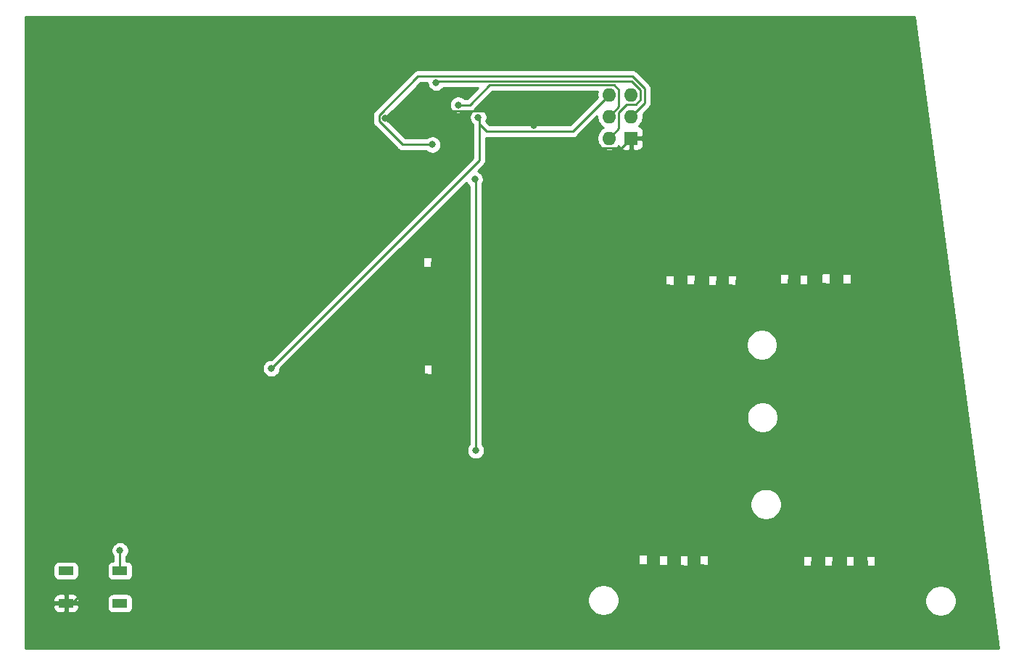
<source format=gtl>
%TF.GenerationSoftware,KiCad,Pcbnew,5.1.6-c6e7f7d~86~ubuntu18.04.1*%
%TF.CreationDate,2021-04-18T13:50:28-04:00*%
%TF.ProjectId,avBadge_2021,61764261-6467-4655-9f32-3032312e6b69,rev?*%
%TF.SameCoordinates,Original*%
%TF.FileFunction,Copper,L1,Top*%
%TF.FilePolarity,Positive*%
%FSLAX46Y46*%
G04 Gerber Fmt 4.6, Leading zero omitted, Abs format (unit mm)*
G04 Created by KiCad (PCBNEW 5.1.6-c6e7f7d~86~ubuntu18.04.1) date 2021-04-18 13:50:28*
%MOMM*%
%LPD*%
G01*
G04 APERTURE LIST*
%TA.AperFunction,ComponentPad*%
%ADD10O,1.600000X1.600000*%
%TD*%
%TA.AperFunction,ComponentPad*%
%ADD11R,1.600000X1.600000*%
%TD*%
%TA.AperFunction,SMDPad,CuDef*%
%ADD12R,1.700000X1.000000*%
%TD*%
%TA.AperFunction,ViaPad*%
%ADD13C,0.800000*%
%TD*%
%TA.AperFunction,Conductor*%
%ADD14C,0.254000*%
%TD*%
G04 APERTURE END LIST*
D10*
%TO.P,J1,1*%
%TO.N,Net-(J1-Pad1)*%
X163817300Y-84810600D03*
D11*
%TO.P,J1,2*%
%TO.N,VCC*%
X166357300Y-84810600D03*
D10*
%TO.P,J1,3*%
%TO.N,Net-(J1-Pad3)*%
X163817300Y-82270600D03*
%TO.P,J1,4*%
%TO.N,Net-(J1-Pad4)*%
X166357300Y-82270600D03*
%TO.P,J1,5*%
%TO.N,Net-(J1-Pad5)*%
X163817300Y-79730600D03*
%TO.P,J1,6*%
%TO.N,GND*%
X166357300Y-79730600D03*
%TD*%
D12*
%TO.P,SW1,1*%
%TO.N,Net-(SW1-Pad1)*%
X100393100Y-135310800D03*
%TO.P,SW1,2*%
%TO.N,Net-(J1-Pad5)*%
X106693100Y-135310800D03*
%TO.P,SW1,3*%
%TO.N,VCC*%
X100393100Y-139110800D03*
%TO.P,SW1,4*%
%TO.N,Net-(SW1-Pad4)*%
X106693100Y-139110800D03*
%TD*%
D13*
%TO.N,VCC*%
X103200200Y-136982200D03*
X131318000Y-110566200D03*
X137666100Y-82488400D03*
X154990800Y-83286600D03*
X156768800Y-85458300D03*
%TO.N,Net-(D3-Pad2)*%
X148209000Y-121259600D03*
X148107400Y-89611200D03*
%TO.N,Net-(J1-Pad1)*%
X143598900Y-78320900D03*
%TO.N,Net-(J1-Pad3)*%
X146178899Y-80918199D03*
%TO.N,Net-(J1-Pad4)*%
X143167100Y-85559900D03*
%TO.N,Net-(J1-Pad5)*%
X106693100Y-132944000D03*
X124358400Y-111683800D03*
X148518901Y-82372200D03*
%TD*%
D14*
%TO.N,VCC*%
X100393100Y-139110800D02*
X101071600Y-139110800D01*
X101071600Y-139110800D02*
X103200200Y-136982200D01*
X138509301Y-81645199D02*
X153349399Y-81645199D01*
X137666100Y-82488400D02*
X138509301Y-81645199D01*
X153349399Y-81645199D02*
X154990800Y-83286600D01*
X165230299Y-85937601D02*
X157248101Y-85937601D01*
X166357300Y-84810600D02*
X165230299Y-85937601D01*
X157248101Y-85937601D02*
X156768800Y-85458300D01*
%TO.N,Net-(D3-Pad2)*%
X148209000Y-121259600D02*
X148209000Y-89712800D01*
X148209000Y-89712800D02*
X148107400Y-89611200D01*
%TO.N,Net-(J1-Pad1)*%
X166444251Y-78149589D02*
X143782911Y-78149589D01*
X167484301Y-80271561D02*
X167484301Y-79189639D01*
X166898261Y-80857601D02*
X167484301Y-80271561D01*
X165872365Y-80857601D02*
X166898261Y-80857601D01*
X164944301Y-81785665D02*
X165872365Y-80857601D01*
X164944301Y-83683599D02*
X164944301Y-81785665D01*
X167484301Y-79189639D02*
X166444251Y-78149589D01*
X163817300Y-84810600D02*
X164944301Y-83683599D01*
X143611600Y-78320900D02*
X143598900Y-78320900D01*
X143782911Y-78149589D02*
X143611600Y-78320900D01*
%TO.N,Net-(J1-Pad3)*%
X164358261Y-78603599D02*
X149844001Y-78603599D01*
X164944301Y-79189639D02*
X164358261Y-78603599D01*
X164944301Y-81143599D02*
X164944301Y-79189639D01*
X163817300Y-82270600D02*
X164944301Y-81143599D01*
X147529401Y-80918199D02*
X146178899Y-80918199D01*
X149844001Y-78603599D02*
X147529401Y-80918199D01*
%TO.N,Net-(J1-Pad4)*%
X136939099Y-82139439D02*
X136939099Y-82837361D01*
X141484639Y-77593899D02*
X136939099Y-82139439D01*
X136939099Y-82837361D02*
X139661638Y-85559900D01*
X166530628Y-77593899D02*
X141484639Y-77593899D01*
X167938311Y-79001582D02*
X166530628Y-77593899D01*
X167938311Y-80689589D02*
X167938311Y-79001582D01*
X166357300Y-82270600D02*
X167938311Y-80689589D01*
X139661638Y-85559900D02*
X143167100Y-85559900D01*
%TO.N,Net-(J1-Pad5)*%
X106693100Y-135310800D02*
X106693100Y-132944000D01*
X124358400Y-111683800D02*
X148628100Y-87414100D01*
X148628100Y-82481399D02*
X148518901Y-82372200D01*
X149520201Y-84013601D02*
X148628100Y-83121500D01*
X163817300Y-79730600D02*
X159534299Y-84013601D01*
X148628100Y-83121500D02*
X148628100Y-82481399D01*
X159534299Y-84013601D02*
X149520201Y-84013601D01*
X148628100Y-87414100D02*
X148628100Y-83121500D01*
%TD*%
%TO.N,VCC*%
G36*
X209246159Y-144340000D02*
G01*
X95660000Y-144340000D01*
X95660000Y-139610800D01*
X98905028Y-139610800D01*
X98917288Y-139735282D01*
X98953598Y-139854980D01*
X99012563Y-139965294D01*
X99091915Y-140061985D01*
X99188606Y-140141337D01*
X99298920Y-140200302D01*
X99418618Y-140236612D01*
X99543100Y-140248872D01*
X100107350Y-140245800D01*
X100266100Y-140087050D01*
X100266100Y-139237800D01*
X100520100Y-139237800D01*
X100520100Y-140087050D01*
X100678850Y-140245800D01*
X101243100Y-140248872D01*
X101367582Y-140236612D01*
X101487280Y-140200302D01*
X101597594Y-140141337D01*
X101694285Y-140061985D01*
X101773637Y-139965294D01*
X101832602Y-139854980D01*
X101868912Y-139735282D01*
X101881172Y-139610800D01*
X101878100Y-139396550D01*
X101719350Y-139237800D01*
X100520100Y-139237800D01*
X100266100Y-139237800D01*
X99066850Y-139237800D01*
X98908100Y-139396550D01*
X98905028Y-139610800D01*
X95660000Y-139610800D01*
X95660000Y-138610800D01*
X98905028Y-138610800D01*
X98908100Y-138825050D01*
X99066850Y-138983800D01*
X100266100Y-138983800D01*
X100266100Y-138134550D01*
X100520100Y-138134550D01*
X100520100Y-138983800D01*
X101719350Y-138983800D01*
X101878100Y-138825050D01*
X101881172Y-138610800D01*
X105205028Y-138610800D01*
X105205028Y-139610800D01*
X105217288Y-139735282D01*
X105253598Y-139854980D01*
X105312563Y-139965294D01*
X105391915Y-140061985D01*
X105488606Y-140141337D01*
X105598920Y-140200302D01*
X105718618Y-140236612D01*
X105843100Y-140248872D01*
X107543100Y-140248872D01*
X107667582Y-140236612D01*
X107787280Y-140200302D01*
X107897594Y-140141337D01*
X107994285Y-140061985D01*
X108073637Y-139965294D01*
X108132602Y-139854980D01*
X108168912Y-139735282D01*
X108181172Y-139610800D01*
X108181172Y-138610800D01*
X108176836Y-138566768D01*
X161296500Y-138566768D01*
X161296500Y-138928232D01*
X161367018Y-139282750D01*
X161505344Y-139616699D01*
X161706162Y-139917244D01*
X161961756Y-140172838D01*
X162262301Y-140373656D01*
X162596250Y-140511982D01*
X162950768Y-140582500D01*
X163312232Y-140582500D01*
X163666750Y-140511982D01*
X164000699Y-140373656D01*
X164301244Y-140172838D01*
X164556838Y-139917244D01*
X164757656Y-139616699D01*
X164895982Y-139282750D01*
X164966500Y-138928232D01*
X164966500Y-138630268D01*
X200666500Y-138630268D01*
X200666500Y-138991732D01*
X200737018Y-139346250D01*
X200875344Y-139680199D01*
X201076162Y-139980744D01*
X201331756Y-140236338D01*
X201632301Y-140437156D01*
X201966250Y-140575482D01*
X202320768Y-140646000D01*
X202682232Y-140646000D01*
X203036750Y-140575482D01*
X203370699Y-140437156D01*
X203671244Y-140236338D01*
X203926838Y-139980744D01*
X204127656Y-139680199D01*
X204265982Y-139346250D01*
X204336500Y-138991732D01*
X204336500Y-138630268D01*
X204265982Y-138275750D01*
X204127656Y-137941801D01*
X203926838Y-137641256D01*
X203671244Y-137385662D01*
X203370699Y-137184844D01*
X203036750Y-137046518D01*
X202682232Y-136976000D01*
X202320768Y-136976000D01*
X201966250Y-137046518D01*
X201632301Y-137184844D01*
X201331756Y-137385662D01*
X201076162Y-137641256D01*
X200875344Y-137941801D01*
X200737018Y-138275750D01*
X200666500Y-138630268D01*
X164966500Y-138630268D01*
X164966500Y-138566768D01*
X164895982Y-138212250D01*
X164757656Y-137878301D01*
X164556838Y-137577756D01*
X164301244Y-137322162D01*
X164000699Y-137121344D01*
X163666750Y-136983018D01*
X163312232Y-136912500D01*
X162950768Y-136912500D01*
X162596250Y-136983018D01*
X162262301Y-137121344D01*
X161961756Y-137322162D01*
X161706162Y-137577756D01*
X161505344Y-137878301D01*
X161367018Y-138212250D01*
X161296500Y-138566768D01*
X108176836Y-138566768D01*
X108168912Y-138486318D01*
X108132602Y-138366620D01*
X108073637Y-138256306D01*
X107994285Y-138159615D01*
X107897594Y-138080263D01*
X107787280Y-138021298D01*
X107667582Y-137984988D01*
X107543100Y-137972728D01*
X105843100Y-137972728D01*
X105718618Y-137984988D01*
X105598920Y-138021298D01*
X105488606Y-138080263D01*
X105391915Y-138159615D01*
X105312563Y-138256306D01*
X105253598Y-138366620D01*
X105217288Y-138486318D01*
X105205028Y-138610800D01*
X101881172Y-138610800D01*
X101868912Y-138486318D01*
X101832602Y-138366620D01*
X101773637Y-138256306D01*
X101694285Y-138159615D01*
X101597594Y-138080263D01*
X101487280Y-138021298D01*
X101367582Y-137984988D01*
X101243100Y-137972728D01*
X100678850Y-137975800D01*
X100520100Y-138134550D01*
X100266100Y-138134550D01*
X100107350Y-137975800D01*
X99543100Y-137972728D01*
X99418618Y-137984988D01*
X99298920Y-138021298D01*
X99188606Y-138080263D01*
X99091915Y-138159615D01*
X99012563Y-138256306D01*
X98953598Y-138366620D01*
X98917288Y-138486318D01*
X98905028Y-138610800D01*
X95660000Y-138610800D01*
X95660000Y-134810800D01*
X98905028Y-134810800D01*
X98905028Y-135810800D01*
X98917288Y-135935282D01*
X98953598Y-136054980D01*
X99012563Y-136165294D01*
X99091915Y-136261985D01*
X99188606Y-136341337D01*
X99298920Y-136400302D01*
X99418618Y-136436612D01*
X99543100Y-136448872D01*
X101243100Y-136448872D01*
X101367582Y-136436612D01*
X101487280Y-136400302D01*
X101597594Y-136341337D01*
X101694285Y-136261985D01*
X101773637Y-136165294D01*
X101832602Y-136054980D01*
X101868912Y-135935282D01*
X101881172Y-135810800D01*
X101881172Y-134810800D01*
X105205028Y-134810800D01*
X105205028Y-135810800D01*
X105217288Y-135935282D01*
X105253598Y-136054980D01*
X105312563Y-136165294D01*
X105391915Y-136261985D01*
X105488606Y-136341337D01*
X105598920Y-136400302D01*
X105718618Y-136436612D01*
X105843100Y-136448872D01*
X107543100Y-136448872D01*
X107667582Y-136436612D01*
X107787280Y-136400302D01*
X107897594Y-136341337D01*
X107994285Y-136261985D01*
X108073637Y-136165294D01*
X108132602Y-136054980D01*
X108168912Y-135935282D01*
X108181172Y-135810800D01*
X108181172Y-134810800D01*
X108168912Y-134686318D01*
X108132602Y-134566620D01*
X108073637Y-134456306D01*
X107994285Y-134359615D01*
X107897594Y-134280263D01*
X107787280Y-134221298D01*
X107667582Y-134184988D01*
X107543100Y-134172728D01*
X107455100Y-134172728D01*
X107455100Y-133645711D01*
X107497037Y-133603774D01*
X107554154Y-133518291D01*
X167203122Y-133518291D01*
X167208202Y-134508891D01*
X167209655Y-134527408D01*
X167215807Y-134551532D01*
X167226547Y-134573993D01*
X167241462Y-134593927D01*
X167259980Y-134610568D01*
X167281388Y-134623276D01*
X167304865Y-134631564D01*
X167329507Y-134635112D01*
X168121987Y-134670672D01*
X168148149Y-134669140D01*
X168172208Y-134662738D01*
X168194556Y-134651765D01*
X168214334Y-134636644D01*
X168230782Y-134617955D01*
X168243268Y-134596415D01*
X168251312Y-134572854D01*
X168254605Y-134548177D01*
X168287665Y-133589411D01*
X169590722Y-133589411D01*
X169595802Y-134580011D01*
X169597255Y-134598528D01*
X169603407Y-134622652D01*
X169614147Y-134645113D01*
X169629062Y-134665047D01*
X169647580Y-134681688D01*
X169668988Y-134694396D01*
X169692465Y-134702684D01*
X169717107Y-134706232D01*
X170509587Y-134741792D01*
X170535749Y-134740260D01*
X170559808Y-134733858D01*
X170582156Y-134722885D01*
X170601934Y-134707764D01*
X170618382Y-134689075D01*
X170630868Y-134667535D01*
X170638912Y-134643974D01*
X170642205Y-134619297D01*
X170676842Y-133614811D01*
X171983402Y-133614811D01*
X171988482Y-134605411D01*
X171989935Y-134623928D01*
X171996087Y-134648052D01*
X172006827Y-134670513D01*
X172021742Y-134690447D01*
X172040260Y-134707088D01*
X172061668Y-134719796D01*
X172085145Y-134728084D01*
X172109787Y-134731632D01*
X172902267Y-134767192D01*
X172928429Y-134765660D01*
X172952488Y-134759258D01*
X172974836Y-134748285D01*
X172994614Y-134733164D01*
X173011062Y-134714475D01*
X173023548Y-134692935D01*
X173031592Y-134669374D01*
X173034885Y-134644697D01*
X173070445Y-133613457D01*
X173068080Y-133584304D01*
X173060853Y-133560479D01*
X173049165Y-133538611D01*
X174320202Y-133538611D01*
X174325282Y-134529211D01*
X174326735Y-134547728D01*
X174332887Y-134571852D01*
X174343627Y-134594313D01*
X174358542Y-134614247D01*
X174377060Y-134630888D01*
X174398468Y-134643596D01*
X174421945Y-134651884D01*
X174446587Y-134655432D01*
X175239067Y-134690992D01*
X175265229Y-134689460D01*
X175289288Y-134683058D01*
X175311636Y-134672085D01*
X175331414Y-134656964D01*
X175347862Y-134638275D01*
X175360348Y-134616735D01*
X175368392Y-134593174D01*
X175371685Y-134568497D01*
X175402468Y-133675771D01*
X186410602Y-133675771D01*
X186415682Y-134666371D01*
X186417135Y-134684888D01*
X186423287Y-134709012D01*
X186434027Y-134731473D01*
X186448942Y-134751407D01*
X186467460Y-134768048D01*
X186488868Y-134780756D01*
X186512345Y-134789044D01*
X186536987Y-134792592D01*
X187329467Y-134828152D01*
X187355629Y-134826620D01*
X187379688Y-134820218D01*
X187402036Y-134809245D01*
X187421814Y-134794124D01*
X187438262Y-134775435D01*
X187450748Y-134753895D01*
X187458792Y-134730334D01*
X187462085Y-134705657D01*
X187497598Y-133675771D01*
X188849002Y-133675771D01*
X188854082Y-134666371D01*
X188855535Y-134684888D01*
X188861687Y-134709012D01*
X188872427Y-134731473D01*
X188887342Y-134751407D01*
X188905860Y-134768048D01*
X188927268Y-134780756D01*
X188950745Y-134789044D01*
X188975387Y-134792592D01*
X189767867Y-134828152D01*
X189794029Y-134826620D01*
X189818088Y-134820218D01*
X189840436Y-134809245D01*
X189860214Y-134794124D01*
X189876662Y-134775435D01*
X189889148Y-134753895D01*
X189897192Y-134730334D01*
X189900485Y-134705657D01*
X189935647Y-133685931D01*
X191368682Y-133685931D01*
X191373762Y-134676531D01*
X191375215Y-134695048D01*
X191381367Y-134719172D01*
X191392107Y-134741633D01*
X191407022Y-134761567D01*
X191425540Y-134778208D01*
X191446948Y-134790916D01*
X191470425Y-134799204D01*
X191495067Y-134802752D01*
X192287547Y-134838312D01*
X192313709Y-134836780D01*
X192337768Y-134830378D01*
X192360116Y-134819405D01*
X192379894Y-134804284D01*
X192396342Y-134785595D01*
X192408828Y-134764055D01*
X192416872Y-134740494D01*
X192420165Y-134715817D01*
X192455725Y-133684577D01*
X192453360Y-133655424D01*
X192451828Y-133650371D01*
X193817242Y-133650371D01*
X193822322Y-134640971D01*
X193823775Y-134659488D01*
X193829927Y-134683612D01*
X193840667Y-134706073D01*
X193855582Y-134726007D01*
X193874100Y-134742648D01*
X193895508Y-134755356D01*
X193918985Y-134763644D01*
X193943627Y-134767192D01*
X194736107Y-134802752D01*
X194762269Y-134801220D01*
X194786328Y-134794818D01*
X194808676Y-134783845D01*
X194828454Y-134768724D01*
X194844902Y-134750035D01*
X194857388Y-134728495D01*
X194865432Y-134704934D01*
X194868725Y-134680257D01*
X194904285Y-133649017D01*
X194901920Y-133619864D01*
X194894693Y-133596039D01*
X194882957Y-133574083D01*
X194867163Y-133554837D01*
X194847917Y-133539043D01*
X194825961Y-133527307D01*
X194802136Y-133520080D01*
X194777360Y-133517640D01*
X193984880Y-133517640D01*
X193969128Y-133518621D01*
X193928488Y-133523701D01*
X193895038Y-133532638D01*
X193873142Y-133544487D01*
X193853978Y-133560379D01*
X193838283Y-133579705D01*
X193826660Y-133601722D01*
X193819555Y-133625583D01*
X193817242Y-133650371D01*
X192451828Y-133650371D01*
X192446133Y-133631599D01*
X192434397Y-133609643D01*
X192418603Y-133590397D01*
X192399357Y-133574603D01*
X192377401Y-133562867D01*
X192353576Y-133555640D01*
X192328800Y-133553200D01*
X191536320Y-133553200D01*
X191520568Y-133554181D01*
X191479928Y-133559261D01*
X191446478Y-133568198D01*
X191424582Y-133580047D01*
X191405418Y-133595939D01*
X191389723Y-133615265D01*
X191378100Y-133637282D01*
X191370995Y-133661143D01*
X191368682Y-133685931D01*
X189935647Y-133685931D01*
X189936045Y-133674417D01*
X189933680Y-133645264D01*
X189926453Y-133621439D01*
X189914717Y-133599483D01*
X189898923Y-133580237D01*
X189879677Y-133564443D01*
X189857721Y-133552707D01*
X189833896Y-133545480D01*
X189809120Y-133543040D01*
X189016640Y-133543040D01*
X189000888Y-133544021D01*
X188960248Y-133549101D01*
X188926798Y-133558038D01*
X188904902Y-133569887D01*
X188885738Y-133585779D01*
X188870043Y-133605105D01*
X188858420Y-133627122D01*
X188851315Y-133650983D01*
X188849002Y-133675771D01*
X187497598Y-133675771D01*
X187497645Y-133674417D01*
X187495280Y-133645264D01*
X187488053Y-133621439D01*
X187476317Y-133599483D01*
X187460523Y-133580237D01*
X187441277Y-133564443D01*
X187419321Y-133552707D01*
X187395496Y-133545480D01*
X187370720Y-133543040D01*
X186578240Y-133543040D01*
X186562488Y-133544021D01*
X186521848Y-133549101D01*
X186488398Y-133558038D01*
X186466502Y-133569887D01*
X186447338Y-133585779D01*
X186431643Y-133605105D01*
X186420020Y-133627122D01*
X186412915Y-133650983D01*
X186410602Y-133675771D01*
X175402468Y-133675771D01*
X175407245Y-133537257D01*
X175404880Y-133508104D01*
X175397653Y-133484279D01*
X175385917Y-133462323D01*
X175370123Y-133443077D01*
X175350877Y-133427283D01*
X175328921Y-133415547D01*
X175305096Y-133408320D01*
X175280320Y-133405880D01*
X174487840Y-133405880D01*
X174472088Y-133406861D01*
X174431448Y-133411941D01*
X174397998Y-133420878D01*
X174376102Y-133432727D01*
X174356938Y-133448619D01*
X174341243Y-133467945D01*
X174329620Y-133489962D01*
X174322515Y-133513823D01*
X174320202Y-133538611D01*
X173049165Y-133538611D01*
X173049117Y-133538523D01*
X173033323Y-133519277D01*
X173014077Y-133503483D01*
X172992121Y-133491747D01*
X172968296Y-133484520D01*
X172943520Y-133482080D01*
X172151040Y-133482080D01*
X172135288Y-133483061D01*
X172094648Y-133488141D01*
X172061198Y-133497078D01*
X172039302Y-133508927D01*
X172020138Y-133524819D01*
X172004443Y-133544145D01*
X171992820Y-133566162D01*
X171985715Y-133590023D01*
X171983402Y-133614811D01*
X170676842Y-133614811D01*
X170677765Y-133588057D01*
X170675400Y-133558904D01*
X170668173Y-133535079D01*
X170656437Y-133513123D01*
X170640643Y-133493877D01*
X170621397Y-133478083D01*
X170599441Y-133466347D01*
X170575616Y-133459120D01*
X170550840Y-133456680D01*
X169758360Y-133456680D01*
X169742608Y-133457661D01*
X169701968Y-133462741D01*
X169668518Y-133471678D01*
X169646622Y-133483527D01*
X169627458Y-133499419D01*
X169611763Y-133518745D01*
X169600140Y-133540762D01*
X169593035Y-133564623D01*
X169590722Y-133589411D01*
X168287665Y-133589411D01*
X168290165Y-133516937D01*
X168287800Y-133487784D01*
X168280573Y-133463959D01*
X168268837Y-133442003D01*
X168253043Y-133422757D01*
X168233797Y-133406963D01*
X168211841Y-133395227D01*
X168188016Y-133388000D01*
X168163240Y-133385560D01*
X167370760Y-133385560D01*
X167355008Y-133386541D01*
X167314368Y-133391621D01*
X167280918Y-133400558D01*
X167259022Y-133412407D01*
X167239858Y-133428299D01*
X167224163Y-133447625D01*
X167212540Y-133469642D01*
X167205435Y-133493503D01*
X167203122Y-133518291D01*
X107554154Y-133518291D01*
X107610305Y-133434256D01*
X107688326Y-133245898D01*
X107728100Y-133045939D01*
X107728100Y-132842061D01*
X107688326Y-132642102D01*
X107610305Y-132453744D01*
X107497037Y-132284226D01*
X107352874Y-132140063D01*
X107183356Y-132026795D01*
X106994998Y-131948774D01*
X106795039Y-131909000D01*
X106591161Y-131909000D01*
X106391202Y-131948774D01*
X106202844Y-132026795D01*
X106033326Y-132140063D01*
X105889163Y-132284226D01*
X105775895Y-132453744D01*
X105697874Y-132642102D01*
X105658100Y-132842061D01*
X105658100Y-133045939D01*
X105697874Y-133245898D01*
X105775895Y-133434256D01*
X105889163Y-133603774D01*
X105931101Y-133645712D01*
X105931100Y-134172728D01*
X105843100Y-134172728D01*
X105718618Y-134184988D01*
X105598920Y-134221298D01*
X105488606Y-134280263D01*
X105391915Y-134359615D01*
X105312563Y-134456306D01*
X105253598Y-134566620D01*
X105217288Y-134686318D01*
X105205028Y-134810800D01*
X101881172Y-134810800D01*
X101868912Y-134686318D01*
X101832602Y-134566620D01*
X101773637Y-134456306D01*
X101694285Y-134359615D01*
X101597594Y-134280263D01*
X101487280Y-134221298D01*
X101367582Y-134184988D01*
X101243100Y-134172728D01*
X99543100Y-134172728D01*
X99418618Y-134184988D01*
X99298920Y-134221298D01*
X99188606Y-134280263D01*
X99091915Y-134359615D01*
X99012563Y-134456306D01*
X98953598Y-134566620D01*
X98917288Y-134686318D01*
X98905028Y-134810800D01*
X95660000Y-134810800D01*
X95660000Y-127365368D01*
X180257600Y-127365368D01*
X180257600Y-127726832D01*
X180328118Y-128081350D01*
X180466444Y-128415299D01*
X180667262Y-128715844D01*
X180922856Y-128971438D01*
X181223401Y-129172256D01*
X181557350Y-129310582D01*
X181911868Y-129381100D01*
X182273332Y-129381100D01*
X182627850Y-129310582D01*
X182961799Y-129172256D01*
X183262344Y-128971438D01*
X183517938Y-128715844D01*
X183718756Y-128415299D01*
X183857082Y-128081350D01*
X183927600Y-127726832D01*
X183927600Y-127365368D01*
X183857082Y-127010850D01*
X183718756Y-126676901D01*
X183517938Y-126376356D01*
X183262344Y-126120762D01*
X182961799Y-125919944D01*
X182627850Y-125781618D01*
X182273332Y-125711100D01*
X181911868Y-125711100D01*
X181557350Y-125781618D01*
X181223401Y-125919944D01*
X180922856Y-126120762D01*
X180667262Y-126376356D01*
X180466444Y-126676901D01*
X180328118Y-127010850D01*
X180257600Y-127365368D01*
X95660000Y-127365368D01*
X95660000Y-111581861D01*
X123323400Y-111581861D01*
X123323400Y-111785739D01*
X123363174Y-111985698D01*
X123441195Y-112174056D01*
X123554463Y-112343574D01*
X123698626Y-112487737D01*
X123868144Y-112601005D01*
X124056502Y-112679026D01*
X124256461Y-112718800D01*
X124460339Y-112718800D01*
X124660298Y-112679026D01*
X124848656Y-112601005D01*
X125018174Y-112487737D01*
X125162337Y-112343574D01*
X125275605Y-112174056D01*
X125353626Y-111985698D01*
X125393400Y-111785739D01*
X125393400Y-111726430D01*
X125831619Y-111288211D01*
X142097762Y-111288211D01*
X142102842Y-112278811D01*
X142104295Y-112297328D01*
X142110447Y-112321452D01*
X142121187Y-112343913D01*
X142136102Y-112363847D01*
X142154620Y-112380488D01*
X142176028Y-112393196D01*
X142199505Y-112401484D01*
X142224147Y-112405032D01*
X143016627Y-112440592D01*
X143042789Y-112439060D01*
X143066848Y-112432658D01*
X143089196Y-112421685D01*
X143108974Y-112406564D01*
X143125422Y-112387875D01*
X143137908Y-112366335D01*
X143145952Y-112342774D01*
X143149245Y-112318097D01*
X143184805Y-111286857D01*
X143182440Y-111257704D01*
X143175213Y-111233879D01*
X143163477Y-111211923D01*
X143147683Y-111192677D01*
X143128437Y-111176883D01*
X143106481Y-111165147D01*
X143082656Y-111157920D01*
X143057880Y-111155480D01*
X142265400Y-111155480D01*
X142249648Y-111156461D01*
X142209008Y-111161541D01*
X142175558Y-111170478D01*
X142153662Y-111182327D01*
X142134498Y-111198219D01*
X142118803Y-111217545D01*
X142107180Y-111239562D01*
X142100075Y-111263423D01*
X142097762Y-111288211D01*
X125831619Y-111288211D01*
X138358899Y-98760931D01*
X142026642Y-98760931D01*
X142031722Y-99751531D01*
X142033175Y-99770048D01*
X142039327Y-99794172D01*
X142050067Y-99816633D01*
X142064982Y-99836567D01*
X142083500Y-99853208D01*
X142104908Y-99865916D01*
X142128385Y-99874204D01*
X142153027Y-99877752D01*
X142945507Y-99913312D01*
X142971669Y-99911780D01*
X142995728Y-99905378D01*
X143018076Y-99894405D01*
X143037854Y-99879284D01*
X143054302Y-99860595D01*
X143066788Y-99839055D01*
X143074832Y-99815494D01*
X143078125Y-99790817D01*
X143113685Y-98759577D01*
X143111320Y-98730424D01*
X143104093Y-98706599D01*
X143092357Y-98684643D01*
X143076563Y-98665397D01*
X143057317Y-98649603D01*
X143035361Y-98637867D01*
X143011536Y-98630640D01*
X142986760Y-98628200D01*
X142194280Y-98628200D01*
X142178528Y-98629181D01*
X142137888Y-98634261D01*
X142104438Y-98643198D01*
X142082542Y-98655047D01*
X142063378Y-98670939D01*
X142047683Y-98690265D01*
X142036060Y-98712282D01*
X142028955Y-98736143D01*
X142026642Y-98760931D01*
X138358899Y-98760931D01*
X147139870Y-89979961D01*
X147190195Y-90101456D01*
X147303463Y-90270974D01*
X147447001Y-90414512D01*
X147447000Y-120557889D01*
X147405063Y-120599826D01*
X147291795Y-120769344D01*
X147213774Y-120957702D01*
X147174000Y-121157661D01*
X147174000Y-121361539D01*
X147213774Y-121561498D01*
X147291795Y-121749856D01*
X147405063Y-121919374D01*
X147549226Y-122063537D01*
X147718744Y-122176805D01*
X147907102Y-122254826D01*
X148107061Y-122294600D01*
X148310939Y-122294600D01*
X148510898Y-122254826D01*
X148699256Y-122176805D01*
X148868774Y-122063537D01*
X149012937Y-121919374D01*
X149126205Y-121749856D01*
X149204226Y-121561498D01*
X149244000Y-121361539D01*
X149244000Y-121157661D01*
X149204226Y-120957702D01*
X149126205Y-120769344D01*
X149012937Y-120599826D01*
X148971000Y-120557889D01*
X148971000Y-117218068D01*
X179863900Y-117218068D01*
X179863900Y-117579532D01*
X179934418Y-117934050D01*
X180072744Y-118267999D01*
X180273562Y-118568544D01*
X180529156Y-118824138D01*
X180829701Y-119024956D01*
X181163650Y-119163282D01*
X181518168Y-119233800D01*
X181879632Y-119233800D01*
X182234150Y-119163282D01*
X182568099Y-119024956D01*
X182868644Y-118824138D01*
X183124238Y-118568544D01*
X183325056Y-118267999D01*
X183463382Y-117934050D01*
X183533900Y-117579532D01*
X183533900Y-117218068D01*
X183463382Y-116863550D01*
X183325056Y-116529601D01*
X183124238Y-116229056D01*
X182868644Y-115973462D01*
X182568099Y-115772644D01*
X182234150Y-115634318D01*
X181879632Y-115563800D01*
X181518168Y-115563800D01*
X181163650Y-115634318D01*
X180829701Y-115772644D01*
X180529156Y-115973462D01*
X180273562Y-116229056D01*
X180072744Y-116529601D01*
X179934418Y-116863550D01*
X179863900Y-117218068D01*
X148971000Y-117218068D01*
X148971000Y-108759868D01*
X179787700Y-108759868D01*
X179787700Y-109121332D01*
X179858218Y-109475850D01*
X179996544Y-109809799D01*
X180197362Y-110110344D01*
X180452956Y-110365938D01*
X180753501Y-110566756D01*
X181087450Y-110705082D01*
X181441968Y-110775600D01*
X181803432Y-110775600D01*
X182157950Y-110705082D01*
X182491899Y-110566756D01*
X182792444Y-110365938D01*
X183048038Y-110110344D01*
X183248856Y-109809799D01*
X183387182Y-109475850D01*
X183457700Y-109121332D01*
X183457700Y-108759868D01*
X183387182Y-108405350D01*
X183248856Y-108071401D01*
X183048038Y-107770856D01*
X182792444Y-107515262D01*
X182491899Y-107314444D01*
X182157950Y-107176118D01*
X181803432Y-107105600D01*
X181441968Y-107105600D01*
X181087450Y-107176118D01*
X180753501Y-107314444D01*
X180452956Y-107515262D01*
X180197362Y-107770856D01*
X179996544Y-108071401D01*
X179858218Y-108405350D01*
X179787700Y-108759868D01*
X148971000Y-108759868D01*
X148971000Y-100874211D01*
X170347642Y-100874211D01*
X170352722Y-101864811D01*
X170354175Y-101883328D01*
X170360327Y-101907452D01*
X170371067Y-101929913D01*
X170385982Y-101949847D01*
X170404500Y-101966488D01*
X170425908Y-101979196D01*
X170449385Y-101987484D01*
X170474027Y-101991032D01*
X171266507Y-102026592D01*
X171292669Y-102025060D01*
X171316728Y-102018658D01*
X171339076Y-102007685D01*
X171358854Y-101992564D01*
X171375302Y-101973875D01*
X171387788Y-101952335D01*
X171395832Y-101928774D01*
X171399125Y-101904097D01*
X171434685Y-100872857D01*
X171432320Y-100843704D01*
X171425093Y-100819879D01*
X171421551Y-100813251D01*
X172775882Y-100813251D01*
X172780962Y-101803851D01*
X172782415Y-101822368D01*
X172788567Y-101846492D01*
X172799307Y-101868953D01*
X172814222Y-101888887D01*
X172832740Y-101905528D01*
X172854148Y-101918236D01*
X172877625Y-101926524D01*
X172902267Y-101930072D01*
X173694747Y-101965632D01*
X173720909Y-101964100D01*
X173744968Y-101957698D01*
X173767316Y-101946725D01*
X173787094Y-101931604D01*
X173803542Y-101912915D01*
X173816028Y-101891375D01*
X173824072Y-101867814D01*
X173827365Y-101843137D01*
X173860075Y-100894531D01*
X175326042Y-100894531D01*
X175331122Y-101885131D01*
X175332575Y-101903648D01*
X175338727Y-101927772D01*
X175349467Y-101950233D01*
X175364382Y-101970167D01*
X175382900Y-101986808D01*
X175404308Y-101999516D01*
X175427785Y-102007804D01*
X175452427Y-102011352D01*
X176244907Y-102046912D01*
X176271069Y-102045380D01*
X176295128Y-102038978D01*
X176317476Y-102028005D01*
X176337254Y-102012884D01*
X176353702Y-101994195D01*
X176366188Y-101972655D01*
X176374232Y-101949094D01*
X176377525Y-101924417D01*
X176413085Y-100893177D01*
X176411547Y-100874211D01*
X177612042Y-100874211D01*
X177617122Y-101864811D01*
X177618575Y-101883328D01*
X177624727Y-101907452D01*
X177635467Y-101929913D01*
X177650382Y-101949847D01*
X177668900Y-101966488D01*
X177690308Y-101979196D01*
X177713785Y-101987484D01*
X177738427Y-101991032D01*
X178530907Y-102026592D01*
X178557069Y-102025060D01*
X178581128Y-102018658D01*
X178603476Y-102007685D01*
X178623254Y-101992564D01*
X178639702Y-101973875D01*
X178652188Y-101952335D01*
X178660232Y-101928774D01*
X178663525Y-101904097D01*
X178699085Y-100872857D01*
X178696720Y-100843704D01*
X178689493Y-100819879D01*
X178677757Y-100797923D01*
X178661963Y-100778677D01*
X178642717Y-100762883D01*
X178620761Y-100751147D01*
X178596936Y-100743920D01*
X178572160Y-100741480D01*
X177779680Y-100741480D01*
X177763928Y-100742461D01*
X177723288Y-100747541D01*
X177689838Y-100756478D01*
X177667942Y-100768327D01*
X177648778Y-100784219D01*
X177633083Y-100803545D01*
X177621460Y-100825562D01*
X177614355Y-100849423D01*
X177612042Y-100874211D01*
X176411547Y-100874211D01*
X176410720Y-100864024D01*
X176403493Y-100840199D01*
X176391757Y-100818243D01*
X176375963Y-100798997D01*
X176356717Y-100783203D01*
X176334761Y-100771467D01*
X176310936Y-100764240D01*
X176286160Y-100761800D01*
X175493680Y-100761800D01*
X175477928Y-100762781D01*
X175437288Y-100767861D01*
X175403838Y-100776798D01*
X175381942Y-100788647D01*
X175362778Y-100804539D01*
X175347083Y-100823865D01*
X175335460Y-100845882D01*
X175328355Y-100869743D01*
X175326042Y-100894531D01*
X173860075Y-100894531D01*
X173862925Y-100811897D01*
X173860560Y-100782744D01*
X173853333Y-100758919D01*
X173841645Y-100737051D01*
X183687722Y-100737051D01*
X183692802Y-101727651D01*
X183694255Y-101746168D01*
X183700407Y-101770292D01*
X183711147Y-101792753D01*
X183726062Y-101812687D01*
X183744580Y-101829328D01*
X183765988Y-101842036D01*
X183789465Y-101850324D01*
X183814107Y-101853872D01*
X184606587Y-101889432D01*
X184632749Y-101887900D01*
X184656808Y-101881498D01*
X184679156Y-101870525D01*
X184698934Y-101855404D01*
X184715382Y-101836715D01*
X184727868Y-101815175D01*
X184735912Y-101791614D01*
X184739205Y-101766937D01*
X184772791Y-100792931D01*
X185958482Y-100792931D01*
X185963562Y-101783531D01*
X185965015Y-101802048D01*
X185971167Y-101826172D01*
X185981907Y-101848633D01*
X185996822Y-101868567D01*
X186015340Y-101885208D01*
X186036748Y-101897916D01*
X186060225Y-101906204D01*
X186084867Y-101909752D01*
X186877347Y-101945312D01*
X186903509Y-101943780D01*
X186927568Y-101937378D01*
X186949916Y-101926405D01*
X186969694Y-101911284D01*
X186986142Y-101892595D01*
X186998628Y-101871055D01*
X187006672Y-101847494D01*
X187009965Y-101822817D01*
X187045525Y-100791577D01*
X187043160Y-100762424D01*
X187035933Y-100738599D01*
X187024197Y-100716643D01*
X187008403Y-100697397D01*
X186989157Y-100681603D01*
X186978846Y-100676091D01*
X188564522Y-100676091D01*
X188569602Y-101666691D01*
X188571055Y-101685208D01*
X188577207Y-101709332D01*
X188587947Y-101731793D01*
X188602862Y-101751727D01*
X188621380Y-101768368D01*
X188642788Y-101781076D01*
X188666265Y-101789364D01*
X188690907Y-101792912D01*
X189483387Y-101828472D01*
X189509549Y-101826940D01*
X189533608Y-101820538D01*
X189555956Y-101809565D01*
X189575734Y-101794444D01*
X189592182Y-101775755D01*
X189604668Y-101754215D01*
X189612712Y-101730654D01*
X189616005Y-101705977D01*
X189649416Y-100737051D01*
X190997842Y-100737051D01*
X191002922Y-101727651D01*
X191004375Y-101746168D01*
X191010527Y-101770292D01*
X191021267Y-101792753D01*
X191036182Y-101812687D01*
X191054700Y-101829328D01*
X191076108Y-101842036D01*
X191099585Y-101850324D01*
X191124227Y-101853872D01*
X191916707Y-101889432D01*
X191942869Y-101887900D01*
X191966928Y-101881498D01*
X191989276Y-101870525D01*
X192009054Y-101855404D01*
X192025502Y-101836715D01*
X192037988Y-101815175D01*
X192046032Y-101791614D01*
X192049325Y-101766937D01*
X192084885Y-100735697D01*
X192082520Y-100706544D01*
X192075293Y-100682719D01*
X192063557Y-100660763D01*
X192047763Y-100641517D01*
X192028517Y-100625723D01*
X192006561Y-100613987D01*
X191982736Y-100606760D01*
X191957960Y-100604320D01*
X191165480Y-100604320D01*
X191149728Y-100605301D01*
X191109088Y-100610381D01*
X191075638Y-100619318D01*
X191053742Y-100631167D01*
X191034578Y-100647059D01*
X191018883Y-100666385D01*
X191007260Y-100688402D01*
X191000155Y-100712263D01*
X190997842Y-100737051D01*
X189649416Y-100737051D01*
X189651565Y-100674737D01*
X189649200Y-100645584D01*
X189641973Y-100621759D01*
X189630237Y-100599803D01*
X189614443Y-100580557D01*
X189595197Y-100564763D01*
X189573241Y-100553027D01*
X189549416Y-100545800D01*
X189524640Y-100543360D01*
X188732160Y-100543360D01*
X188716408Y-100544341D01*
X188675768Y-100549421D01*
X188642318Y-100558358D01*
X188620422Y-100570207D01*
X188601258Y-100586099D01*
X188585563Y-100605425D01*
X188573940Y-100627442D01*
X188566835Y-100651303D01*
X188564522Y-100676091D01*
X186978846Y-100676091D01*
X186967201Y-100669867D01*
X186943376Y-100662640D01*
X186918600Y-100660200D01*
X186126120Y-100660200D01*
X186110368Y-100661181D01*
X186069728Y-100666261D01*
X186036278Y-100675198D01*
X186014382Y-100687047D01*
X185995218Y-100702939D01*
X185979523Y-100722265D01*
X185967900Y-100744282D01*
X185960795Y-100768143D01*
X185958482Y-100792931D01*
X184772791Y-100792931D01*
X184774765Y-100735697D01*
X184772400Y-100706544D01*
X184765173Y-100682719D01*
X184753437Y-100660763D01*
X184737643Y-100641517D01*
X184718397Y-100625723D01*
X184696441Y-100613987D01*
X184672616Y-100606760D01*
X184647840Y-100604320D01*
X183855360Y-100604320D01*
X183839608Y-100605301D01*
X183798968Y-100610381D01*
X183765518Y-100619318D01*
X183743622Y-100631167D01*
X183724458Y-100647059D01*
X183708763Y-100666385D01*
X183697140Y-100688402D01*
X183690035Y-100712263D01*
X183687722Y-100737051D01*
X173841645Y-100737051D01*
X173841597Y-100736963D01*
X173825803Y-100717717D01*
X173806557Y-100701923D01*
X173784601Y-100690187D01*
X173760776Y-100682960D01*
X173736000Y-100680520D01*
X172943520Y-100680520D01*
X172927768Y-100681501D01*
X172887128Y-100686581D01*
X172853678Y-100695518D01*
X172831782Y-100707367D01*
X172812618Y-100723259D01*
X172796923Y-100742585D01*
X172785300Y-100764602D01*
X172778195Y-100788463D01*
X172775882Y-100813251D01*
X171421551Y-100813251D01*
X171413357Y-100797923D01*
X171397563Y-100778677D01*
X171378317Y-100762883D01*
X171356361Y-100751147D01*
X171332536Y-100743920D01*
X171307760Y-100741480D01*
X170515280Y-100741480D01*
X170499528Y-100742461D01*
X170458888Y-100747541D01*
X170425438Y-100756478D01*
X170403542Y-100768327D01*
X170384378Y-100784219D01*
X170368683Y-100803545D01*
X170357060Y-100825562D01*
X170349955Y-100849423D01*
X170347642Y-100874211D01*
X148971000Y-100874211D01*
X148971000Y-90181682D01*
X149024605Y-90101456D01*
X149102626Y-89913098D01*
X149142400Y-89713139D01*
X149142400Y-89509261D01*
X149102626Y-89309302D01*
X149024605Y-89120944D01*
X148911337Y-88951426D01*
X148767174Y-88807263D01*
X148597656Y-88693995D01*
X148476161Y-88643670D01*
X149140453Y-87979378D01*
X149169522Y-87955522D01*
X149196872Y-87922196D01*
X149264745Y-87839493D01*
X149335501Y-87707116D01*
X149335502Y-87707115D01*
X149379074Y-87563478D01*
X149390100Y-87451526D01*
X149390100Y-87451523D01*
X149393786Y-87414100D01*
X149390100Y-87376677D01*
X149390100Y-84766474D01*
X149482775Y-84775601D01*
X149482777Y-84775601D01*
X149520200Y-84779287D01*
X149557623Y-84775601D01*
X159496876Y-84775601D01*
X159534299Y-84779287D01*
X159571722Y-84775601D01*
X159571725Y-84775601D01*
X159683677Y-84764575D01*
X159827314Y-84721003D01*
X159959691Y-84650246D01*
X160075721Y-84555023D01*
X160099583Y-84525947D01*
X162382300Y-82243231D01*
X162382300Y-82411935D01*
X162437447Y-82689174D01*
X162545620Y-82950327D01*
X162702663Y-83185359D01*
X162902541Y-83385237D01*
X163135059Y-83540600D01*
X162902541Y-83695963D01*
X162702663Y-83895841D01*
X162545620Y-84130873D01*
X162437447Y-84392026D01*
X162382300Y-84669265D01*
X162382300Y-84951935D01*
X162437447Y-85229174D01*
X162545620Y-85490327D01*
X162702663Y-85725359D01*
X162902541Y-85925237D01*
X163137573Y-86082280D01*
X163398726Y-86190453D01*
X163675965Y-86245600D01*
X163958635Y-86245600D01*
X164235874Y-86190453D01*
X164497027Y-86082280D01*
X164732059Y-85925237D01*
X164930657Y-85726639D01*
X164931488Y-85735082D01*
X164967798Y-85854780D01*
X165026763Y-85965094D01*
X165106115Y-86061785D01*
X165202806Y-86141137D01*
X165313120Y-86200102D01*
X165432818Y-86236412D01*
X165557300Y-86248672D01*
X166071550Y-86245600D01*
X166230300Y-86086850D01*
X166230300Y-84937600D01*
X166484300Y-84937600D01*
X166484300Y-86086850D01*
X166643050Y-86245600D01*
X167157300Y-86248672D01*
X167281782Y-86236412D01*
X167401480Y-86200102D01*
X167511794Y-86141137D01*
X167608485Y-86061785D01*
X167687837Y-85965094D01*
X167746802Y-85854780D01*
X167783112Y-85735082D01*
X167795372Y-85610600D01*
X167792300Y-85096350D01*
X167633550Y-84937600D01*
X166484300Y-84937600D01*
X166230300Y-84937600D01*
X166210300Y-84937600D01*
X166210300Y-84683600D01*
X166230300Y-84683600D01*
X166230300Y-84663600D01*
X166484300Y-84663600D01*
X166484300Y-84683600D01*
X167633550Y-84683600D01*
X167792300Y-84524850D01*
X167795372Y-84010600D01*
X167783112Y-83886118D01*
X167746802Y-83766420D01*
X167687837Y-83656106D01*
X167608485Y-83559415D01*
X167511794Y-83480063D01*
X167401480Y-83421098D01*
X167281782Y-83384788D01*
X167273339Y-83383957D01*
X167471937Y-83185359D01*
X167628980Y-82950327D01*
X167737153Y-82689174D01*
X167792300Y-82411935D01*
X167792300Y-82129265D01*
X167756457Y-81949073D01*
X168450664Y-81254867D01*
X168479733Y-81231011D01*
X168574956Y-81114981D01*
X168645713Y-80982604D01*
X168689285Y-80838967D01*
X168700311Y-80727015D01*
X168700311Y-80727013D01*
X168703997Y-80689590D01*
X168700311Y-80652167D01*
X168700311Y-79039004D01*
X168703997Y-79001581D01*
X168699660Y-78957545D01*
X168689285Y-78852204D01*
X168645713Y-78708567D01*
X168574956Y-78576190D01*
X168479733Y-78460160D01*
X168450663Y-78436303D01*
X167095912Y-77081553D01*
X167072050Y-77052477D01*
X166956020Y-76957254D01*
X166823643Y-76886497D01*
X166680006Y-76842925D01*
X166568054Y-76831899D01*
X166568051Y-76831899D01*
X166530628Y-76828213D01*
X166493205Y-76831899D01*
X141522061Y-76831899D01*
X141484638Y-76828213D01*
X141447215Y-76831899D01*
X141447213Y-76831899D01*
X141335261Y-76842925D01*
X141191624Y-76886497D01*
X141059247Y-76957254D01*
X140943217Y-77052477D01*
X140919360Y-77081547D01*
X136426753Y-81574155D01*
X136397677Y-81598017D01*
X136342871Y-81664799D01*
X136302454Y-81714047D01*
X136278828Y-81758249D01*
X136231697Y-81846425D01*
X136188125Y-81990062D01*
X136178638Y-82086388D01*
X136173413Y-82139439D01*
X136177099Y-82176862D01*
X136177099Y-82799938D01*
X136173413Y-82837361D01*
X136177099Y-82874784D01*
X136177099Y-82874787D01*
X136188125Y-82986739D01*
X136206308Y-83046678D01*
X136231698Y-83130376D01*
X136302454Y-83262753D01*
X136338110Y-83306199D01*
X136397678Y-83378783D01*
X136426748Y-83402640D01*
X139096354Y-86072246D01*
X139120216Y-86101322D01*
X139168731Y-86141137D01*
X139236245Y-86196545D01*
X139279517Y-86219674D01*
X139368623Y-86267302D01*
X139512260Y-86310874D01*
X139624212Y-86321900D01*
X139624215Y-86321900D01*
X139661638Y-86325586D01*
X139699061Y-86321900D01*
X142465389Y-86321900D01*
X142507326Y-86363837D01*
X142676844Y-86477105D01*
X142865202Y-86555126D01*
X143065161Y-86594900D01*
X143269039Y-86594900D01*
X143468998Y-86555126D01*
X143657356Y-86477105D01*
X143826874Y-86363837D01*
X143971037Y-86219674D01*
X144084305Y-86050156D01*
X144162326Y-85861798D01*
X144202100Y-85661839D01*
X144202100Y-85457961D01*
X144162326Y-85258002D01*
X144084305Y-85069644D01*
X143971037Y-84900126D01*
X143826874Y-84755963D01*
X143657356Y-84642695D01*
X143468998Y-84564674D01*
X143269039Y-84524900D01*
X143065161Y-84524900D01*
X142865202Y-84564674D01*
X142676844Y-84642695D01*
X142507326Y-84755963D01*
X142465389Y-84797900D01*
X139977268Y-84797900D01*
X137701099Y-82521731D01*
X137701099Y-82455069D01*
X141800270Y-78355899D01*
X142563900Y-78355899D01*
X142563900Y-78422839D01*
X142603674Y-78622798D01*
X142681695Y-78811156D01*
X142794963Y-78980674D01*
X142939126Y-79124837D01*
X143108644Y-79238105D01*
X143297002Y-79316126D01*
X143496961Y-79355900D01*
X143700839Y-79355900D01*
X143900798Y-79316126D01*
X144089156Y-79238105D01*
X144258674Y-79124837D01*
X144402837Y-78980674D01*
X144448998Y-78911589D01*
X148458381Y-78911589D01*
X147213771Y-80156199D01*
X146880610Y-80156199D01*
X146838673Y-80114262D01*
X146669155Y-80000994D01*
X146480797Y-79922973D01*
X146280838Y-79883199D01*
X146076960Y-79883199D01*
X145877001Y-79922973D01*
X145688643Y-80000994D01*
X145519125Y-80114262D01*
X145374962Y-80258425D01*
X145261694Y-80427943D01*
X145183673Y-80616301D01*
X145143899Y-80816260D01*
X145143899Y-81020138D01*
X145183673Y-81220097D01*
X145261694Y-81408455D01*
X145374962Y-81577973D01*
X145519125Y-81722136D01*
X145688643Y-81835404D01*
X145877001Y-81913425D01*
X146076960Y-81953199D01*
X146280838Y-81953199D01*
X146480797Y-81913425D01*
X146669155Y-81835404D01*
X146838673Y-81722136D01*
X146880610Y-81680199D01*
X147491978Y-81680199D01*
X147529401Y-81683885D01*
X147566824Y-81680199D01*
X147566827Y-81680199D01*
X147678779Y-81669173D01*
X147792807Y-81634583D01*
X147714964Y-81712426D01*
X147601696Y-81881944D01*
X147523675Y-82070302D01*
X147483901Y-82270261D01*
X147483901Y-82474139D01*
X147523675Y-82674098D01*
X147601696Y-82862456D01*
X147714964Y-83031974D01*
X147859127Y-83176137D01*
X147866101Y-83180797D01*
X147866100Y-87098469D01*
X124315770Y-110648800D01*
X124256461Y-110648800D01*
X124056502Y-110688574D01*
X123868144Y-110766595D01*
X123698626Y-110879863D01*
X123554463Y-111024026D01*
X123441195Y-111193544D01*
X123363174Y-111381902D01*
X123323400Y-111581861D01*
X95660000Y-111581861D01*
X95660000Y-70660000D01*
X199422159Y-70660000D01*
X209246159Y-144340000D01*
G37*
X209246159Y-144340000D02*
X95660000Y-144340000D01*
X95660000Y-139610800D01*
X98905028Y-139610800D01*
X98917288Y-139735282D01*
X98953598Y-139854980D01*
X99012563Y-139965294D01*
X99091915Y-140061985D01*
X99188606Y-140141337D01*
X99298920Y-140200302D01*
X99418618Y-140236612D01*
X99543100Y-140248872D01*
X100107350Y-140245800D01*
X100266100Y-140087050D01*
X100266100Y-139237800D01*
X100520100Y-139237800D01*
X100520100Y-140087050D01*
X100678850Y-140245800D01*
X101243100Y-140248872D01*
X101367582Y-140236612D01*
X101487280Y-140200302D01*
X101597594Y-140141337D01*
X101694285Y-140061985D01*
X101773637Y-139965294D01*
X101832602Y-139854980D01*
X101868912Y-139735282D01*
X101881172Y-139610800D01*
X101878100Y-139396550D01*
X101719350Y-139237800D01*
X100520100Y-139237800D01*
X100266100Y-139237800D01*
X99066850Y-139237800D01*
X98908100Y-139396550D01*
X98905028Y-139610800D01*
X95660000Y-139610800D01*
X95660000Y-138610800D01*
X98905028Y-138610800D01*
X98908100Y-138825050D01*
X99066850Y-138983800D01*
X100266100Y-138983800D01*
X100266100Y-138134550D01*
X100520100Y-138134550D01*
X100520100Y-138983800D01*
X101719350Y-138983800D01*
X101878100Y-138825050D01*
X101881172Y-138610800D01*
X105205028Y-138610800D01*
X105205028Y-139610800D01*
X105217288Y-139735282D01*
X105253598Y-139854980D01*
X105312563Y-139965294D01*
X105391915Y-140061985D01*
X105488606Y-140141337D01*
X105598920Y-140200302D01*
X105718618Y-140236612D01*
X105843100Y-140248872D01*
X107543100Y-140248872D01*
X107667582Y-140236612D01*
X107787280Y-140200302D01*
X107897594Y-140141337D01*
X107994285Y-140061985D01*
X108073637Y-139965294D01*
X108132602Y-139854980D01*
X108168912Y-139735282D01*
X108181172Y-139610800D01*
X108181172Y-138610800D01*
X108176836Y-138566768D01*
X161296500Y-138566768D01*
X161296500Y-138928232D01*
X161367018Y-139282750D01*
X161505344Y-139616699D01*
X161706162Y-139917244D01*
X161961756Y-140172838D01*
X162262301Y-140373656D01*
X162596250Y-140511982D01*
X162950768Y-140582500D01*
X163312232Y-140582500D01*
X163666750Y-140511982D01*
X164000699Y-140373656D01*
X164301244Y-140172838D01*
X164556838Y-139917244D01*
X164757656Y-139616699D01*
X164895982Y-139282750D01*
X164966500Y-138928232D01*
X164966500Y-138630268D01*
X200666500Y-138630268D01*
X200666500Y-138991732D01*
X200737018Y-139346250D01*
X200875344Y-139680199D01*
X201076162Y-139980744D01*
X201331756Y-140236338D01*
X201632301Y-140437156D01*
X201966250Y-140575482D01*
X202320768Y-140646000D01*
X202682232Y-140646000D01*
X203036750Y-140575482D01*
X203370699Y-140437156D01*
X203671244Y-140236338D01*
X203926838Y-139980744D01*
X204127656Y-139680199D01*
X204265982Y-139346250D01*
X204336500Y-138991732D01*
X204336500Y-138630268D01*
X204265982Y-138275750D01*
X204127656Y-137941801D01*
X203926838Y-137641256D01*
X203671244Y-137385662D01*
X203370699Y-137184844D01*
X203036750Y-137046518D01*
X202682232Y-136976000D01*
X202320768Y-136976000D01*
X201966250Y-137046518D01*
X201632301Y-137184844D01*
X201331756Y-137385662D01*
X201076162Y-137641256D01*
X200875344Y-137941801D01*
X200737018Y-138275750D01*
X200666500Y-138630268D01*
X164966500Y-138630268D01*
X164966500Y-138566768D01*
X164895982Y-138212250D01*
X164757656Y-137878301D01*
X164556838Y-137577756D01*
X164301244Y-137322162D01*
X164000699Y-137121344D01*
X163666750Y-136983018D01*
X163312232Y-136912500D01*
X162950768Y-136912500D01*
X162596250Y-136983018D01*
X162262301Y-137121344D01*
X161961756Y-137322162D01*
X161706162Y-137577756D01*
X161505344Y-137878301D01*
X161367018Y-138212250D01*
X161296500Y-138566768D01*
X108176836Y-138566768D01*
X108168912Y-138486318D01*
X108132602Y-138366620D01*
X108073637Y-138256306D01*
X107994285Y-138159615D01*
X107897594Y-138080263D01*
X107787280Y-138021298D01*
X107667582Y-137984988D01*
X107543100Y-137972728D01*
X105843100Y-137972728D01*
X105718618Y-137984988D01*
X105598920Y-138021298D01*
X105488606Y-138080263D01*
X105391915Y-138159615D01*
X105312563Y-138256306D01*
X105253598Y-138366620D01*
X105217288Y-138486318D01*
X105205028Y-138610800D01*
X101881172Y-138610800D01*
X101868912Y-138486318D01*
X101832602Y-138366620D01*
X101773637Y-138256306D01*
X101694285Y-138159615D01*
X101597594Y-138080263D01*
X101487280Y-138021298D01*
X101367582Y-137984988D01*
X101243100Y-137972728D01*
X100678850Y-137975800D01*
X100520100Y-138134550D01*
X100266100Y-138134550D01*
X100107350Y-137975800D01*
X99543100Y-137972728D01*
X99418618Y-137984988D01*
X99298920Y-138021298D01*
X99188606Y-138080263D01*
X99091915Y-138159615D01*
X99012563Y-138256306D01*
X98953598Y-138366620D01*
X98917288Y-138486318D01*
X98905028Y-138610800D01*
X95660000Y-138610800D01*
X95660000Y-134810800D01*
X98905028Y-134810800D01*
X98905028Y-135810800D01*
X98917288Y-135935282D01*
X98953598Y-136054980D01*
X99012563Y-136165294D01*
X99091915Y-136261985D01*
X99188606Y-136341337D01*
X99298920Y-136400302D01*
X99418618Y-136436612D01*
X99543100Y-136448872D01*
X101243100Y-136448872D01*
X101367582Y-136436612D01*
X101487280Y-136400302D01*
X101597594Y-136341337D01*
X101694285Y-136261985D01*
X101773637Y-136165294D01*
X101832602Y-136054980D01*
X101868912Y-135935282D01*
X101881172Y-135810800D01*
X101881172Y-134810800D01*
X105205028Y-134810800D01*
X105205028Y-135810800D01*
X105217288Y-135935282D01*
X105253598Y-136054980D01*
X105312563Y-136165294D01*
X105391915Y-136261985D01*
X105488606Y-136341337D01*
X105598920Y-136400302D01*
X105718618Y-136436612D01*
X105843100Y-136448872D01*
X107543100Y-136448872D01*
X107667582Y-136436612D01*
X107787280Y-136400302D01*
X107897594Y-136341337D01*
X107994285Y-136261985D01*
X108073637Y-136165294D01*
X108132602Y-136054980D01*
X108168912Y-135935282D01*
X108181172Y-135810800D01*
X108181172Y-134810800D01*
X108168912Y-134686318D01*
X108132602Y-134566620D01*
X108073637Y-134456306D01*
X107994285Y-134359615D01*
X107897594Y-134280263D01*
X107787280Y-134221298D01*
X107667582Y-134184988D01*
X107543100Y-134172728D01*
X107455100Y-134172728D01*
X107455100Y-133645711D01*
X107497037Y-133603774D01*
X107554154Y-133518291D01*
X167203122Y-133518291D01*
X167208202Y-134508891D01*
X167209655Y-134527408D01*
X167215807Y-134551532D01*
X167226547Y-134573993D01*
X167241462Y-134593927D01*
X167259980Y-134610568D01*
X167281388Y-134623276D01*
X167304865Y-134631564D01*
X167329507Y-134635112D01*
X168121987Y-134670672D01*
X168148149Y-134669140D01*
X168172208Y-134662738D01*
X168194556Y-134651765D01*
X168214334Y-134636644D01*
X168230782Y-134617955D01*
X168243268Y-134596415D01*
X168251312Y-134572854D01*
X168254605Y-134548177D01*
X168287665Y-133589411D01*
X169590722Y-133589411D01*
X169595802Y-134580011D01*
X169597255Y-134598528D01*
X169603407Y-134622652D01*
X169614147Y-134645113D01*
X169629062Y-134665047D01*
X169647580Y-134681688D01*
X169668988Y-134694396D01*
X169692465Y-134702684D01*
X169717107Y-134706232D01*
X170509587Y-134741792D01*
X170535749Y-134740260D01*
X170559808Y-134733858D01*
X170582156Y-134722885D01*
X170601934Y-134707764D01*
X170618382Y-134689075D01*
X170630868Y-134667535D01*
X170638912Y-134643974D01*
X170642205Y-134619297D01*
X170676842Y-133614811D01*
X171983402Y-133614811D01*
X171988482Y-134605411D01*
X171989935Y-134623928D01*
X171996087Y-134648052D01*
X172006827Y-134670513D01*
X172021742Y-134690447D01*
X172040260Y-134707088D01*
X172061668Y-134719796D01*
X172085145Y-134728084D01*
X172109787Y-134731632D01*
X172902267Y-134767192D01*
X172928429Y-134765660D01*
X172952488Y-134759258D01*
X172974836Y-134748285D01*
X172994614Y-134733164D01*
X173011062Y-134714475D01*
X173023548Y-134692935D01*
X173031592Y-134669374D01*
X173034885Y-134644697D01*
X173070445Y-133613457D01*
X173068080Y-133584304D01*
X173060853Y-133560479D01*
X173049165Y-133538611D01*
X174320202Y-133538611D01*
X174325282Y-134529211D01*
X174326735Y-134547728D01*
X174332887Y-134571852D01*
X174343627Y-134594313D01*
X174358542Y-134614247D01*
X174377060Y-134630888D01*
X174398468Y-134643596D01*
X174421945Y-134651884D01*
X174446587Y-134655432D01*
X175239067Y-134690992D01*
X175265229Y-134689460D01*
X175289288Y-134683058D01*
X175311636Y-134672085D01*
X175331414Y-134656964D01*
X175347862Y-134638275D01*
X175360348Y-134616735D01*
X175368392Y-134593174D01*
X175371685Y-134568497D01*
X175402468Y-133675771D01*
X186410602Y-133675771D01*
X186415682Y-134666371D01*
X186417135Y-134684888D01*
X186423287Y-134709012D01*
X186434027Y-134731473D01*
X186448942Y-134751407D01*
X186467460Y-134768048D01*
X186488868Y-134780756D01*
X186512345Y-134789044D01*
X186536987Y-134792592D01*
X187329467Y-134828152D01*
X187355629Y-134826620D01*
X187379688Y-134820218D01*
X187402036Y-134809245D01*
X187421814Y-134794124D01*
X187438262Y-134775435D01*
X187450748Y-134753895D01*
X187458792Y-134730334D01*
X187462085Y-134705657D01*
X187497598Y-133675771D01*
X188849002Y-133675771D01*
X188854082Y-134666371D01*
X188855535Y-134684888D01*
X188861687Y-134709012D01*
X188872427Y-134731473D01*
X188887342Y-134751407D01*
X188905860Y-134768048D01*
X188927268Y-134780756D01*
X188950745Y-134789044D01*
X188975387Y-134792592D01*
X189767867Y-134828152D01*
X189794029Y-134826620D01*
X189818088Y-134820218D01*
X189840436Y-134809245D01*
X189860214Y-134794124D01*
X189876662Y-134775435D01*
X189889148Y-134753895D01*
X189897192Y-134730334D01*
X189900485Y-134705657D01*
X189935647Y-133685931D01*
X191368682Y-133685931D01*
X191373762Y-134676531D01*
X191375215Y-134695048D01*
X191381367Y-134719172D01*
X191392107Y-134741633D01*
X191407022Y-134761567D01*
X191425540Y-134778208D01*
X191446948Y-134790916D01*
X191470425Y-134799204D01*
X191495067Y-134802752D01*
X192287547Y-134838312D01*
X192313709Y-134836780D01*
X192337768Y-134830378D01*
X192360116Y-134819405D01*
X192379894Y-134804284D01*
X192396342Y-134785595D01*
X192408828Y-134764055D01*
X192416872Y-134740494D01*
X192420165Y-134715817D01*
X192455725Y-133684577D01*
X192453360Y-133655424D01*
X192451828Y-133650371D01*
X193817242Y-133650371D01*
X193822322Y-134640971D01*
X193823775Y-134659488D01*
X193829927Y-134683612D01*
X193840667Y-134706073D01*
X193855582Y-134726007D01*
X193874100Y-134742648D01*
X193895508Y-134755356D01*
X193918985Y-134763644D01*
X193943627Y-134767192D01*
X194736107Y-134802752D01*
X194762269Y-134801220D01*
X194786328Y-134794818D01*
X194808676Y-134783845D01*
X194828454Y-134768724D01*
X194844902Y-134750035D01*
X194857388Y-134728495D01*
X194865432Y-134704934D01*
X194868725Y-134680257D01*
X194904285Y-133649017D01*
X194901920Y-133619864D01*
X194894693Y-133596039D01*
X194882957Y-133574083D01*
X194867163Y-133554837D01*
X194847917Y-133539043D01*
X194825961Y-133527307D01*
X194802136Y-133520080D01*
X194777360Y-133517640D01*
X193984880Y-133517640D01*
X193969128Y-133518621D01*
X193928488Y-133523701D01*
X193895038Y-133532638D01*
X193873142Y-133544487D01*
X193853978Y-133560379D01*
X193838283Y-133579705D01*
X193826660Y-133601722D01*
X193819555Y-133625583D01*
X193817242Y-133650371D01*
X192451828Y-133650371D01*
X192446133Y-133631599D01*
X192434397Y-133609643D01*
X192418603Y-133590397D01*
X192399357Y-133574603D01*
X192377401Y-133562867D01*
X192353576Y-133555640D01*
X192328800Y-133553200D01*
X191536320Y-133553200D01*
X191520568Y-133554181D01*
X191479928Y-133559261D01*
X191446478Y-133568198D01*
X191424582Y-133580047D01*
X191405418Y-133595939D01*
X191389723Y-133615265D01*
X191378100Y-133637282D01*
X191370995Y-133661143D01*
X191368682Y-133685931D01*
X189935647Y-133685931D01*
X189936045Y-133674417D01*
X189933680Y-133645264D01*
X189926453Y-133621439D01*
X189914717Y-133599483D01*
X189898923Y-133580237D01*
X189879677Y-133564443D01*
X189857721Y-133552707D01*
X189833896Y-133545480D01*
X189809120Y-133543040D01*
X189016640Y-133543040D01*
X189000888Y-133544021D01*
X188960248Y-133549101D01*
X188926798Y-133558038D01*
X188904902Y-133569887D01*
X188885738Y-133585779D01*
X188870043Y-133605105D01*
X188858420Y-133627122D01*
X188851315Y-133650983D01*
X188849002Y-133675771D01*
X187497598Y-133675771D01*
X187497645Y-133674417D01*
X187495280Y-133645264D01*
X187488053Y-133621439D01*
X187476317Y-133599483D01*
X187460523Y-133580237D01*
X187441277Y-133564443D01*
X187419321Y-133552707D01*
X187395496Y-133545480D01*
X187370720Y-133543040D01*
X186578240Y-133543040D01*
X186562488Y-133544021D01*
X186521848Y-133549101D01*
X186488398Y-133558038D01*
X186466502Y-133569887D01*
X186447338Y-133585779D01*
X186431643Y-133605105D01*
X186420020Y-133627122D01*
X186412915Y-133650983D01*
X186410602Y-133675771D01*
X175402468Y-133675771D01*
X175407245Y-133537257D01*
X175404880Y-133508104D01*
X175397653Y-133484279D01*
X175385917Y-133462323D01*
X175370123Y-133443077D01*
X175350877Y-133427283D01*
X175328921Y-133415547D01*
X175305096Y-133408320D01*
X175280320Y-133405880D01*
X174487840Y-133405880D01*
X174472088Y-133406861D01*
X174431448Y-133411941D01*
X174397998Y-133420878D01*
X174376102Y-133432727D01*
X174356938Y-133448619D01*
X174341243Y-133467945D01*
X174329620Y-133489962D01*
X174322515Y-133513823D01*
X174320202Y-133538611D01*
X173049165Y-133538611D01*
X173049117Y-133538523D01*
X173033323Y-133519277D01*
X173014077Y-133503483D01*
X172992121Y-133491747D01*
X172968296Y-133484520D01*
X172943520Y-133482080D01*
X172151040Y-133482080D01*
X172135288Y-133483061D01*
X172094648Y-133488141D01*
X172061198Y-133497078D01*
X172039302Y-133508927D01*
X172020138Y-133524819D01*
X172004443Y-133544145D01*
X171992820Y-133566162D01*
X171985715Y-133590023D01*
X171983402Y-133614811D01*
X170676842Y-133614811D01*
X170677765Y-133588057D01*
X170675400Y-133558904D01*
X170668173Y-133535079D01*
X170656437Y-133513123D01*
X170640643Y-133493877D01*
X170621397Y-133478083D01*
X170599441Y-133466347D01*
X170575616Y-133459120D01*
X170550840Y-133456680D01*
X169758360Y-133456680D01*
X169742608Y-133457661D01*
X169701968Y-133462741D01*
X169668518Y-133471678D01*
X169646622Y-133483527D01*
X169627458Y-133499419D01*
X169611763Y-133518745D01*
X169600140Y-133540762D01*
X169593035Y-133564623D01*
X169590722Y-133589411D01*
X168287665Y-133589411D01*
X168290165Y-133516937D01*
X168287800Y-133487784D01*
X168280573Y-133463959D01*
X168268837Y-133442003D01*
X168253043Y-133422757D01*
X168233797Y-133406963D01*
X168211841Y-133395227D01*
X168188016Y-133388000D01*
X168163240Y-133385560D01*
X167370760Y-133385560D01*
X167355008Y-133386541D01*
X167314368Y-133391621D01*
X167280918Y-133400558D01*
X167259022Y-133412407D01*
X167239858Y-133428299D01*
X167224163Y-133447625D01*
X167212540Y-133469642D01*
X167205435Y-133493503D01*
X167203122Y-133518291D01*
X107554154Y-133518291D01*
X107610305Y-133434256D01*
X107688326Y-133245898D01*
X107728100Y-133045939D01*
X107728100Y-132842061D01*
X107688326Y-132642102D01*
X107610305Y-132453744D01*
X107497037Y-132284226D01*
X107352874Y-132140063D01*
X107183356Y-132026795D01*
X106994998Y-131948774D01*
X106795039Y-131909000D01*
X106591161Y-131909000D01*
X106391202Y-131948774D01*
X106202844Y-132026795D01*
X106033326Y-132140063D01*
X105889163Y-132284226D01*
X105775895Y-132453744D01*
X105697874Y-132642102D01*
X105658100Y-132842061D01*
X105658100Y-133045939D01*
X105697874Y-133245898D01*
X105775895Y-133434256D01*
X105889163Y-133603774D01*
X105931101Y-133645712D01*
X105931100Y-134172728D01*
X105843100Y-134172728D01*
X105718618Y-134184988D01*
X105598920Y-134221298D01*
X105488606Y-134280263D01*
X105391915Y-134359615D01*
X105312563Y-134456306D01*
X105253598Y-134566620D01*
X105217288Y-134686318D01*
X105205028Y-134810800D01*
X101881172Y-134810800D01*
X101868912Y-134686318D01*
X101832602Y-134566620D01*
X101773637Y-134456306D01*
X101694285Y-134359615D01*
X101597594Y-134280263D01*
X101487280Y-134221298D01*
X101367582Y-134184988D01*
X101243100Y-134172728D01*
X99543100Y-134172728D01*
X99418618Y-134184988D01*
X99298920Y-134221298D01*
X99188606Y-134280263D01*
X99091915Y-134359615D01*
X99012563Y-134456306D01*
X98953598Y-134566620D01*
X98917288Y-134686318D01*
X98905028Y-134810800D01*
X95660000Y-134810800D01*
X95660000Y-127365368D01*
X180257600Y-127365368D01*
X180257600Y-127726832D01*
X180328118Y-128081350D01*
X180466444Y-128415299D01*
X180667262Y-128715844D01*
X180922856Y-128971438D01*
X181223401Y-129172256D01*
X181557350Y-129310582D01*
X181911868Y-129381100D01*
X182273332Y-129381100D01*
X182627850Y-129310582D01*
X182961799Y-129172256D01*
X183262344Y-128971438D01*
X183517938Y-128715844D01*
X183718756Y-128415299D01*
X183857082Y-128081350D01*
X183927600Y-127726832D01*
X183927600Y-127365368D01*
X183857082Y-127010850D01*
X183718756Y-126676901D01*
X183517938Y-126376356D01*
X183262344Y-126120762D01*
X182961799Y-125919944D01*
X182627850Y-125781618D01*
X182273332Y-125711100D01*
X181911868Y-125711100D01*
X181557350Y-125781618D01*
X181223401Y-125919944D01*
X180922856Y-126120762D01*
X180667262Y-126376356D01*
X180466444Y-126676901D01*
X180328118Y-127010850D01*
X180257600Y-127365368D01*
X95660000Y-127365368D01*
X95660000Y-111581861D01*
X123323400Y-111581861D01*
X123323400Y-111785739D01*
X123363174Y-111985698D01*
X123441195Y-112174056D01*
X123554463Y-112343574D01*
X123698626Y-112487737D01*
X123868144Y-112601005D01*
X124056502Y-112679026D01*
X124256461Y-112718800D01*
X124460339Y-112718800D01*
X124660298Y-112679026D01*
X124848656Y-112601005D01*
X125018174Y-112487737D01*
X125162337Y-112343574D01*
X125275605Y-112174056D01*
X125353626Y-111985698D01*
X125393400Y-111785739D01*
X125393400Y-111726430D01*
X125831619Y-111288211D01*
X142097762Y-111288211D01*
X142102842Y-112278811D01*
X142104295Y-112297328D01*
X142110447Y-112321452D01*
X142121187Y-112343913D01*
X142136102Y-112363847D01*
X142154620Y-112380488D01*
X142176028Y-112393196D01*
X142199505Y-112401484D01*
X142224147Y-112405032D01*
X143016627Y-112440592D01*
X143042789Y-112439060D01*
X143066848Y-112432658D01*
X143089196Y-112421685D01*
X143108974Y-112406564D01*
X143125422Y-112387875D01*
X143137908Y-112366335D01*
X143145952Y-112342774D01*
X143149245Y-112318097D01*
X143184805Y-111286857D01*
X143182440Y-111257704D01*
X143175213Y-111233879D01*
X143163477Y-111211923D01*
X143147683Y-111192677D01*
X143128437Y-111176883D01*
X143106481Y-111165147D01*
X143082656Y-111157920D01*
X143057880Y-111155480D01*
X142265400Y-111155480D01*
X142249648Y-111156461D01*
X142209008Y-111161541D01*
X142175558Y-111170478D01*
X142153662Y-111182327D01*
X142134498Y-111198219D01*
X142118803Y-111217545D01*
X142107180Y-111239562D01*
X142100075Y-111263423D01*
X142097762Y-111288211D01*
X125831619Y-111288211D01*
X138358899Y-98760931D01*
X142026642Y-98760931D01*
X142031722Y-99751531D01*
X142033175Y-99770048D01*
X142039327Y-99794172D01*
X142050067Y-99816633D01*
X142064982Y-99836567D01*
X142083500Y-99853208D01*
X142104908Y-99865916D01*
X142128385Y-99874204D01*
X142153027Y-99877752D01*
X142945507Y-99913312D01*
X142971669Y-99911780D01*
X142995728Y-99905378D01*
X143018076Y-99894405D01*
X143037854Y-99879284D01*
X143054302Y-99860595D01*
X143066788Y-99839055D01*
X143074832Y-99815494D01*
X143078125Y-99790817D01*
X143113685Y-98759577D01*
X143111320Y-98730424D01*
X143104093Y-98706599D01*
X143092357Y-98684643D01*
X143076563Y-98665397D01*
X143057317Y-98649603D01*
X143035361Y-98637867D01*
X143011536Y-98630640D01*
X142986760Y-98628200D01*
X142194280Y-98628200D01*
X142178528Y-98629181D01*
X142137888Y-98634261D01*
X142104438Y-98643198D01*
X142082542Y-98655047D01*
X142063378Y-98670939D01*
X142047683Y-98690265D01*
X142036060Y-98712282D01*
X142028955Y-98736143D01*
X142026642Y-98760931D01*
X138358899Y-98760931D01*
X147139870Y-89979961D01*
X147190195Y-90101456D01*
X147303463Y-90270974D01*
X147447001Y-90414512D01*
X147447000Y-120557889D01*
X147405063Y-120599826D01*
X147291795Y-120769344D01*
X147213774Y-120957702D01*
X147174000Y-121157661D01*
X147174000Y-121361539D01*
X147213774Y-121561498D01*
X147291795Y-121749856D01*
X147405063Y-121919374D01*
X147549226Y-122063537D01*
X147718744Y-122176805D01*
X147907102Y-122254826D01*
X148107061Y-122294600D01*
X148310939Y-122294600D01*
X148510898Y-122254826D01*
X148699256Y-122176805D01*
X148868774Y-122063537D01*
X149012937Y-121919374D01*
X149126205Y-121749856D01*
X149204226Y-121561498D01*
X149244000Y-121361539D01*
X149244000Y-121157661D01*
X149204226Y-120957702D01*
X149126205Y-120769344D01*
X149012937Y-120599826D01*
X148971000Y-120557889D01*
X148971000Y-117218068D01*
X179863900Y-117218068D01*
X179863900Y-117579532D01*
X179934418Y-117934050D01*
X180072744Y-118267999D01*
X180273562Y-118568544D01*
X180529156Y-118824138D01*
X180829701Y-119024956D01*
X181163650Y-119163282D01*
X181518168Y-119233800D01*
X181879632Y-119233800D01*
X182234150Y-119163282D01*
X182568099Y-119024956D01*
X182868644Y-118824138D01*
X183124238Y-118568544D01*
X183325056Y-118267999D01*
X183463382Y-117934050D01*
X183533900Y-117579532D01*
X183533900Y-117218068D01*
X183463382Y-116863550D01*
X183325056Y-116529601D01*
X183124238Y-116229056D01*
X182868644Y-115973462D01*
X182568099Y-115772644D01*
X182234150Y-115634318D01*
X181879632Y-115563800D01*
X181518168Y-115563800D01*
X181163650Y-115634318D01*
X180829701Y-115772644D01*
X180529156Y-115973462D01*
X180273562Y-116229056D01*
X180072744Y-116529601D01*
X179934418Y-116863550D01*
X179863900Y-117218068D01*
X148971000Y-117218068D01*
X148971000Y-108759868D01*
X179787700Y-108759868D01*
X179787700Y-109121332D01*
X179858218Y-109475850D01*
X179996544Y-109809799D01*
X180197362Y-110110344D01*
X180452956Y-110365938D01*
X180753501Y-110566756D01*
X181087450Y-110705082D01*
X181441968Y-110775600D01*
X181803432Y-110775600D01*
X182157950Y-110705082D01*
X182491899Y-110566756D01*
X182792444Y-110365938D01*
X183048038Y-110110344D01*
X183248856Y-109809799D01*
X183387182Y-109475850D01*
X183457700Y-109121332D01*
X183457700Y-108759868D01*
X183387182Y-108405350D01*
X183248856Y-108071401D01*
X183048038Y-107770856D01*
X182792444Y-107515262D01*
X182491899Y-107314444D01*
X182157950Y-107176118D01*
X181803432Y-107105600D01*
X181441968Y-107105600D01*
X181087450Y-107176118D01*
X180753501Y-107314444D01*
X180452956Y-107515262D01*
X180197362Y-107770856D01*
X179996544Y-108071401D01*
X179858218Y-108405350D01*
X179787700Y-108759868D01*
X148971000Y-108759868D01*
X148971000Y-100874211D01*
X170347642Y-100874211D01*
X170352722Y-101864811D01*
X170354175Y-101883328D01*
X170360327Y-101907452D01*
X170371067Y-101929913D01*
X170385982Y-101949847D01*
X170404500Y-101966488D01*
X170425908Y-101979196D01*
X170449385Y-101987484D01*
X170474027Y-101991032D01*
X171266507Y-102026592D01*
X171292669Y-102025060D01*
X171316728Y-102018658D01*
X171339076Y-102007685D01*
X171358854Y-101992564D01*
X171375302Y-101973875D01*
X171387788Y-101952335D01*
X171395832Y-101928774D01*
X171399125Y-101904097D01*
X171434685Y-100872857D01*
X171432320Y-100843704D01*
X171425093Y-100819879D01*
X171421551Y-100813251D01*
X172775882Y-100813251D01*
X172780962Y-101803851D01*
X172782415Y-101822368D01*
X172788567Y-101846492D01*
X172799307Y-101868953D01*
X172814222Y-101888887D01*
X172832740Y-101905528D01*
X172854148Y-101918236D01*
X172877625Y-101926524D01*
X172902267Y-101930072D01*
X173694747Y-101965632D01*
X173720909Y-101964100D01*
X173744968Y-101957698D01*
X173767316Y-101946725D01*
X173787094Y-101931604D01*
X173803542Y-101912915D01*
X173816028Y-101891375D01*
X173824072Y-101867814D01*
X173827365Y-101843137D01*
X173860075Y-100894531D01*
X175326042Y-100894531D01*
X175331122Y-101885131D01*
X175332575Y-101903648D01*
X175338727Y-101927772D01*
X175349467Y-101950233D01*
X175364382Y-101970167D01*
X175382900Y-101986808D01*
X175404308Y-101999516D01*
X175427785Y-102007804D01*
X175452427Y-102011352D01*
X176244907Y-102046912D01*
X176271069Y-102045380D01*
X176295128Y-102038978D01*
X176317476Y-102028005D01*
X176337254Y-102012884D01*
X176353702Y-101994195D01*
X176366188Y-101972655D01*
X176374232Y-101949094D01*
X176377525Y-101924417D01*
X176413085Y-100893177D01*
X176411547Y-100874211D01*
X177612042Y-100874211D01*
X177617122Y-101864811D01*
X177618575Y-101883328D01*
X177624727Y-101907452D01*
X177635467Y-101929913D01*
X177650382Y-101949847D01*
X177668900Y-101966488D01*
X177690308Y-101979196D01*
X177713785Y-101987484D01*
X177738427Y-101991032D01*
X178530907Y-102026592D01*
X178557069Y-102025060D01*
X178581128Y-102018658D01*
X178603476Y-102007685D01*
X178623254Y-101992564D01*
X178639702Y-101973875D01*
X178652188Y-101952335D01*
X178660232Y-101928774D01*
X178663525Y-101904097D01*
X178699085Y-100872857D01*
X178696720Y-100843704D01*
X178689493Y-100819879D01*
X178677757Y-100797923D01*
X178661963Y-100778677D01*
X178642717Y-100762883D01*
X178620761Y-100751147D01*
X178596936Y-100743920D01*
X178572160Y-100741480D01*
X177779680Y-100741480D01*
X177763928Y-100742461D01*
X177723288Y-100747541D01*
X177689838Y-100756478D01*
X177667942Y-100768327D01*
X177648778Y-100784219D01*
X177633083Y-100803545D01*
X177621460Y-100825562D01*
X177614355Y-100849423D01*
X177612042Y-100874211D01*
X176411547Y-100874211D01*
X176410720Y-100864024D01*
X176403493Y-100840199D01*
X176391757Y-100818243D01*
X176375963Y-100798997D01*
X176356717Y-100783203D01*
X176334761Y-100771467D01*
X176310936Y-100764240D01*
X176286160Y-100761800D01*
X175493680Y-100761800D01*
X175477928Y-100762781D01*
X175437288Y-100767861D01*
X175403838Y-100776798D01*
X175381942Y-100788647D01*
X175362778Y-100804539D01*
X175347083Y-100823865D01*
X175335460Y-100845882D01*
X175328355Y-100869743D01*
X175326042Y-100894531D01*
X173860075Y-100894531D01*
X173862925Y-100811897D01*
X173860560Y-100782744D01*
X173853333Y-100758919D01*
X173841645Y-100737051D01*
X183687722Y-100737051D01*
X183692802Y-101727651D01*
X183694255Y-101746168D01*
X183700407Y-101770292D01*
X183711147Y-101792753D01*
X183726062Y-101812687D01*
X183744580Y-101829328D01*
X183765988Y-101842036D01*
X183789465Y-101850324D01*
X183814107Y-101853872D01*
X184606587Y-101889432D01*
X184632749Y-101887900D01*
X184656808Y-101881498D01*
X184679156Y-101870525D01*
X184698934Y-101855404D01*
X184715382Y-101836715D01*
X184727868Y-101815175D01*
X184735912Y-101791614D01*
X184739205Y-101766937D01*
X184772791Y-100792931D01*
X185958482Y-100792931D01*
X185963562Y-101783531D01*
X185965015Y-101802048D01*
X185971167Y-101826172D01*
X185981907Y-101848633D01*
X185996822Y-101868567D01*
X186015340Y-101885208D01*
X186036748Y-101897916D01*
X186060225Y-101906204D01*
X186084867Y-101909752D01*
X186877347Y-101945312D01*
X186903509Y-101943780D01*
X186927568Y-101937378D01*
X186949916Y-101926405D01*
X186969694Y-101911284D01*
X186986142Y-101892595D01*
X186998628Y-101871055D01*
X187006672Y-101847494D01*
X187009965Y-101822817D01*
X187045525Y-100791577D01*
X187043160Y-100762424D01*
X187035933Y-100738599D01*
X187024197Y-100716643D01*
X187008403Y-100697397D01*
X186989157Y-100681603D01*
X186978846Y-100676091D01*
X188564522Y-100676091D01*
X188569602Y-101666691D01*
X188571055Y-101685208D01*
X188577207Y-101709332D01*
X188587947Y-101731793D01*
X188602862Y-101751727D01*
X188621380Y-101768368D01*
X188642788Y-101781076D01*
X188666265Y-101789364D01*
X188690907Y-101792912D01*
X189483387Y-101828472D01*
X189509549Y-101826940D01*
X189533608Y-101820538D01*
X189555956Y-101809565D01*
X189575734Y-101794444D01*
X189592182Y-101775755D01*
X189604668Y-101754215D01*
X189612712Y-101730654D01*
X189616005Y-101705977D01*
X189649416Y-100737051D01*
X190997842Y-100737051D01*
X191002922Y-101727651D01*
X191004375Y-101746168D01*
X191010527Y-101770292D01*
X191021267Y-101792753D01*
X191036182Y-101812687D01*
X191054700Y-101829328D01*
X191076108Y-101842036D01*
X191099585Y-101850324D01*
X191124227Y-101853872D01*
X191916707Y-101889432D01*
X191942869Y-101887900D01*
X191966928Y-101881498D01*
X191989276Y-101870525D01*
X192009054Y-101855404D01*
X192025502Y-101836715D01*
X192037988Y-101815175D01*
X192046032Y-101791614D01*
X192049325Y-101766937D01*
X192084885Y-100735697D01*
X192082520Y-100706544D01*
X192075293Y-100682719D01*
X192063557Y-100660763D01*
X192047763Y-100641517D01*
X192028517Y-100625723D01*
X192006561Y-100613987D01*
X191982736Y-100606760D01*
X191957960Y-100604320D01*
X191165480Y-100604320D01*
X191149728Y-100605301D01*
X191109088Y-100610381D01*
X191075638Y-100619318D01*
X191053742Y-100631167D01*
X191034578Y-100647059D01*
X191018883Y-100666385D01*
X191007260Y-100688402D01*
X191000155Y-100712263D01*
X190997842Y-100737051D01*
X189649416Y-100737051D01*
X189651565Y-100674737D01*
X189649200Y-100645584D01*
X189641973Y-100621759D01*
X189630237Y-100599803D01*
X189614443Y-100580557D01*
X189595197Y-100564763D01*
X189573241Y-100553027D01*
X189549416Y-100545800D01*
X189524640Y-100543360D01*
X188732160Y-100543360D01*
X188716408Y-100544341D01*
X188675768Y-100549421D01*
X188642318Y-100558358D01*
X188620422Y-100570207D01*
X188601258Y-100586099D01*
X188585563Y-100605425D01*
X188573940Y-100627442D01*
X188566835Y-100651303D01*
X188564522Y-100676091D01*
X186978846Y-100676091D01*
X186967201Y-100669867D01*
X186943376Y-100662640D01*
X186918600Y-100660200D01*
X186126120Y-100660200D01*
X186110368Y-100661181D01*
X186069728Y-100666261D01*
X186036278Y-100675198D01*
X186014382Y-100687047D01*
X185995218Y-100702939D01*
X185979523Y-100722265D01*
X185967900Y-100744282D01*
X185960795Y-100768143D01*
X185958482Y-100792931D01*
X184772791Y-100792931D01*
X184774765Y-100735697D01*
X184772400Y-100706544D01*
X184765173Y-100682719D01*
X184753437Y-100660763D01*
X184737643Y-100641517D01*
X184718397Y-100625723D01*
X184696441Y-100613987D01*
X184672616Y-100606760D01*
X184647840Y-100604320D01*
X183855360Y-100604320D01*
X183839608Y-100605301D01*
X183798968Y-100610381D01*
X183765518Y-100619318D01*
X183743622Y-100631167D01*
X183724458Y-100647059D01*
X183708763Y-100666385D01*
X183697140Y-100688402D01*
X183690035Y-100712263D01*
X183687722Y-100737051D01*
X173841645Y-100737051D01*
X173841597Y-100736963D01*
X173825803Y-100717717D01*
X173806557Y-100701923D01*
X173784601Y-100690187D01*
X173760776Y-100682960D01*
X173736000Y-100680520D01*
X172943520Y-100680520D01*
X172927768Y-100681501D01*
X172887128Y-100686581D01*
X172853678Y-100695518D01*
X172831782Y-100707367D01*
X172812618Y-100723259D01*
X172796923Y-100742585D01*
X172785300Y-100764602D01*
X172778195Y-100788463D01*
X172775882Y-100813251D01*
X171421551Y-100813251D01*
X171413357Y-100797923D01*
X171397563Y-100778677D01*
X171378317Y-100762883D01*
X171356361Y-100751147D01*
X171332536Y-100743920D01*
X171307760Y-100741480D01*
X170515280Y-100741480D01*
X170499528Y-100742461D01*
X170458888Y-100747541D01*
X170425438Y-100756478D01*
X170403542Y-100768327D01*
X170384378Y-100784219D01*
X170368683Y-100803545D01*
X170357060Y-100825562D01*
X170349955Y-100849423D01*
X170347642Y-100874211D01*
X148971000Y-100874211D01*
X148971000Y-90181682D01*
X149024605Y-90101456D01*
X149102626Y-89913098D01*
X149142400Y-89713139D01*
X149142400Y-89509261D01*
X149102626Y-89309302D01*
X149024605Y-89120944D01*
X148911337Y-88951426D01*
X148767174Y-88807263D01*
X148597656Y-88693995D01*
X148476161Y-88643670D01*
X149140453Y-87979378D01*
X149169522Y-87955522D01*
X149196872Y-87922196D01*
X149264745Y-87839493D01*
X149335501Y-87707116D01*
X149335502Y-87707115D01*
X149379074Y-87563478D01*
X149390100Y-87451526D01*
X149390100Y-87451523D01*
X149393786Y-87414100D01*
X149390100Y-87376677D01*
X149390100Y-84766474D01*
X149482775Y-84775601D01*
X149482777Y-84775601D01*
X149520200Y-84779287D01*
X149557623Y-84775601D01*
X159496876Y-84775601D01*
X159534299Y-84779287D01*
X159571722Y-84775601D01*
X159571725Y-84775601D01*
X159683677Y-84764575D01*
X159827314Y-84721003D01*
X159959691Y-84650246D01*
X160075721Y-84555023D01*
X160099583Y-84525947D01*
X162382300Y-82243231D01*
X162382300Y-82411935D01*
X162437447Y-82689174D01*
X162545620Y-82950327D01*
X162702663Y-83185359D01*
X162902541Y-83385237D01*
X163135059Y-83540600D01*
X162902541Y-83695963D01*
X162702663Y-83895841D01*
X162545620Y-84130873D01*
X162437447Y-84392026D01*
X162382300Y-84669265D01*
X162382300Y-84951935D01*
X162437447Y-85229174D01*
X162545620Y-85490327D01*
X162702663Y-85725359D01*
X162902541Y-85925237D01*
X163137573Y-86082280D01*
X163398726Y-86190453D01*
X163675965Y-86245600D01*
X163958635Y-86245600D01*
X164235874Y-86190453D01*
X164497027Y-86082280D01*
X164732059Y-85925237D01*
X164930657Y-85726639D01*
X164931488Y-85735082D01*
X164967798Y-85854780D01*
X165026763Y-85965094D01*
X165106115Y-86061785D01*
X165202806Y-86141137D01*
X165313120Y-86200102D01*
X165432818Y-86236412D01*
X165557300Y-86248672D01*
X166071550Y-86245600D01*
X166230300Y-86086850D01*
X166230300Y-84937600D01*
X166484300Y-84937600D01*
X166484300Y-86086850D01*
X166643050Y-86245600D01*
X167157300Y-86248672D01*
X167281782Y-86236412D01*
X167401480Y-86200102D01*
X167511794Y-86141137D01*
X167608485Y-86061785D01*
X167687837Y-85965094D01*
X167746802Y-85854780D01*
X167783112Y-85735082D01*
X167795372Y-85610600D01*
X167792300Y-85096350D01*
X167633550Y-84937600D01*
X166484300Y-84937600D01*
X166230300Y-84937600D01*
X166210300Y-84937600D01*
X166210300Y-84683600D01*
X166230300Y-84683600D01*
X166230300Y-84663600D01*
X166484300Y-84663600D01*
X166484300Y-84683600D01*
X167633550Y-84683600D01*
X167792300Y-84524850D01*
X167795372Y-84010600D01*
X167783112Y-83886118D01*
X167746802Y-83766420D01*
X167687837Y-83656106D01*
X167608485Y-83559415D01*
X167511794Y-83480063D01*
X167401480Y-83421098D01*
X167281782Y-83384788D01*
X167273339Y-83383957D01*
X167471937Y-83185359D01*
X167628980Y-82950327D01*
X167737153Y-82689174D01*
X167792300Y-82411935D01*
X167792300Y-82129265D01*
X167756457Y-81949073D01*
X168450664Y-81254867D01*
X168479733Y-81231011D01*
X168574956Y-81114981D01*
X168645713Y-80982604D01*
X168689285Y-80838967D01*
X168700311Y-80727015D01*
X168700311Y-80727013D01*
X168703997Y-80689590D01*
X168700311Y-80652167D01*
X168700311Y-79039004D01*
X168703997Y-79001581D01*
X168699660Y-78957545D01*
X168689285Y-78852204D01*
X168645713Y-78708567D01*
X168574956Y-78576190D01*
X168479733Y-78460160D01*
X168450663Y-78436303D01*
X167095912Y-77081553D01*
X167072050Y-77052477D01*
X166956020Y-76957254D01*
X166823643Y-76886497D01*
X166680006Y-76842925D01*
X166568054Y-76831899D01*
X166568051Y-76831899D01*
X166530628Y-76828213D01*
X166493205Y-76831899D01*
X141522061Y-76831899D01*
X141484638Y-76828213D01*
X141447215Y-76831899D01*
X141447213Y-76831899D01*
X141335261Y-76842925D01*
X141191624Y-76886497D01*
X141059247Y-76957254D01*
X140943217Y-77052477D01*
X140919360Y-77081547D01*
X136426753Y-81574155D01*
X136397677Y-81598017D01*
X136342871Y-81664799D01*
X136302454Y-81714047D01*
X136278828Y-81758249D01*
X136231697Y-81846425D01*
X136188125Y-81990062D01*
X136178638Y-82086388D01*
X136173413Y-82139439D01*
X136177099Y-82176862D01*
X136177099Y-82799938D01*
X136173413Y-82837361D01*
X136177099Y-82874784D01*
X136177099Y-82874787D01*
X136188125Y-82986739D01*
X136206308Y-83046678D01*
X136231698Y-83130376D01*
X136302454Y-83262753D01*
X136338110Y-83306199D01*
X136397678Y-83378783D01*
X136426748Y-83402640D01*
X139096354Y-86072246D01*
X139120216Y-86101322D01*
X139168731Y-86141137D01*
X139236245Y-86196545D01*
X139279517Y-86219674D01*
X139368623Y-86267302D01*
X139512260Y-86310874D01*
X139624212Y-86321900D01*
X139624215Y-86321900D01*
X139661638Y-86325586D01*
X139699061Y-86321900D01*
X142465389Y-86321900D01*
X142507326Y-86363837D01*
X142676844Y-86477105D01*
X142865202Y-86555126D01*
X143065161Y-86594900D01*
X143269039Y-86594900D01*
X143468998Y-86555126D01*
X143657356Y-86477105D01*
X143826874Y-86363837D01*
X143971037Y-86219674D01*
X144084305Y-86050156D01*
X144162326Y-85861798D01*
X144202100Y-85661839D01*
X144202100Y-85457961D01*
X144162326Y-85258002D01*
X144084305Y-85069644D01*
X143971037Y-84900126D01*
X143826874Y-84755963D01*
X143657356Y-84642695D01*
X143468998Y-84564674D01*
X143269039Y-84524900D01*
X143065161Y-84524900D01*
X142865202Y-84564674D01*
X142676844Y-84642695D01*
X142507326Y-84755963D01*
X142465389Y-84797900D01*
X139977268Y-84797900D01*
X137701099Y-82521731D01*
X137701099Y-82455069D01*
X141800270Y-78355899D01*
X142563900Y-78355899D01*
X142563900Y-78422839D01*
X142603674Y-78622798D01*
X142681695Y-78811156D01*
X142794963Y-78980674D01*
X142939126Y-79124837D01*
X143108644Y-79238105D01*
X143297002Y-79316126D01*
X143496961Y-79355900D01*
X143700839Y-79355900D01*
X143900798Y-79316126D01*
X144089156Y-79238105D01*
X144258674Y-79124837D01*
X144402837Y-78980674D01*
X144448998Y-78911589D01*
X148458381Y-78911589D01*
X147213771Y-80156199D01*
X146880610Y-80156199D01*
X146838673Y-80114262D01*
X146669155Y-80000994D01*
X146480797Y-79922973D01*
X146280838Y-79883199D01*
X146076960Y-79883199D01*
X145877001Y-79922973D01*
X145688643Y-80000994D01*
X145519125Y-80114262D01*
X145374962Y-80258425D01*
X145261694Y-80427943D01*
X145183673Y-80616301D01*
X145143899Y-80816260D01*
X145143899Y-81020138D01*
X145183673Y-81220097D01*
X145261694Y-81408455D01*
X145374962Y-81577973D01*
X145519125Y-81722136D01*
X145688643Y-81835404D01*
X145877001Y-81913425D01*
X146076960Y-81953199D01*
X146280838Y-81953199D01*
X146480797Y-81913425D01*
X146669155Y-81835404D01*
X146838673Y-81722136D01*
X146880610Y-81680199D01*
X147491978Y-81680199D01*
X147529401Y-81683885D01*
X147566824Y-81680199D01*
X147566827Y-81680199D01*
X147678779Y-81669173D01*
X147792807Y-81634583D01*
X147714964Y-81712426D01*
X147601696Y-81881944D01*
X147523675Y-82070302D01*
X147483901Y-82270261D01*
X147483901Y-82474139D01*
X147523675Y-82674098D01*
X147601696Y-82862456D01*
X147714964Y-83031974D01*
X147859127Y-83176137D01*
X147866101Y-83180797D01*
X147866100Y-87098469D01*
X124315770Y-110648800D01*
X124256461Y-110648800D01*
X124056502Y-110688574D01*
X123868144Y-110766595D01*
X123698626Y-110879863D01*
X123554463Y-111024026D01*
X123441195Y-111193544D01*
X123363174Y-111381902D01*
X123323400Y-111581861D01*
X95660000Y-111581861D01*
X95660000Y-70660000D01*
X199422159Y-70660000D01*
X209246159Y-144340000D01*
G36*
X162382300Y-79589265D02*
G01*
X162382300Y-79871935D01*
X162418143Y-80052126D01*
X159218669Y-83251601D01*
X149835832Y-83251601D01*
X149439205Y-82854975D01*
X149514127Y-82674098D01*
X149553901Y-82474139D01*
X149553901Y-82270261D01*
X149514127Y-82070302D01*
X149436106Y-81881944D01*
X149322838Y-81712426D01*
X149178675Y-81568263D01*
X149009157Y-81454995D01*
X148820799Y-81376974D01*
X148620840Y-81337200D01*
X148416962Y-81337200D01*
X148217003Y-81376974D01*
X148099644Y-81425586D01*
X150159631Y-79365599D01*
X162426791Y-79365599D01*
X162382300Y-79589265D01*
G37*
X162382300Y-79589265D02*
X162382300Y-79871935D01*
X162418143Y-80052126D01*
X159218669Y-83251601D01*
X149835832Y-83251601D01*
X149439205Y-82854975D01*
X149514127Y-82674098D01*
X149553901Y-82474139D01*
X149553901Y-82270261D01*
X149514127Y-82070302D01*
X149436106Y-81881944D01*
X149322838Y-81712426D01*
X149178675Y-81568263D01*
X149009157Y-81454995D01*
X148820799Y-81376974D01*
X148620840Y-81337200D01*
X148416962Y-81337200D01*
X148217003Y-81376974D01*
X148099644Y-81425586D01*
X150159631Y-79365599D01*
X162426791Y-79365599D01*
X162382300Y-79589265D01*
%TD*%
M02*

</source>
